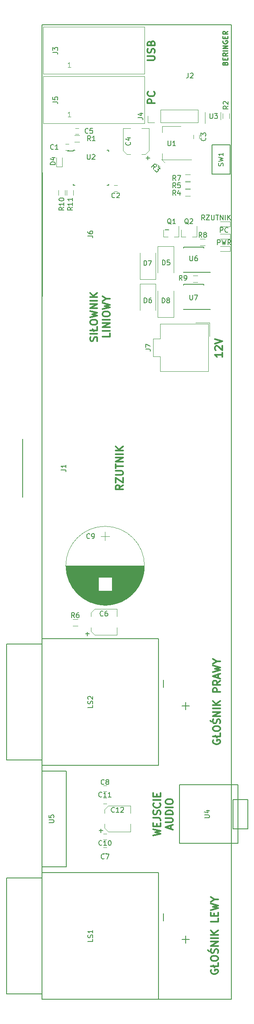
<source format=gbr>
G04 #@! TF.GenerationSoftware,KiCad,Pcbnew,(5.0.0-rc2-dev-311-g1dd4af297)*
G04 #@! TF.CreationDate,2018-05-17T15:00:25+02:00*
G04 #@! TF.ProjectId,resetUSB,72657365745553422E6B696361645F70,1.0*
G04 #@! TF.SameCoordinates,PX6ad8e7cPY2bcdfd4*
G04 #@! TF.FileFunction,Legend,Top*
G04 #@! TF.FilePolarity,Positive*
%FSLAX46Y46*%
G04 Gerber Fmt 4.6, Leading zero omitted, Abs format (unit mm)*
G04 Created by KiCad (PCBNEW (5.0.0-rc2-dev-311-g1dd4af297)) date 05/17/18 15:00:25*
%MOMM*%
%LPD*%
G01*
G04 APERTURE LIST*
%ADD10C,0.250000*%
%ADD11C,0.300000*%
%ADD12C,0.150000*%
%ADD13C,0.200000*%
%ADD14C,0.120000*%
G04 APERTURE END LIST*
D10*
X37647571Y-7921238D02*
X37695190Y-7778380D01*
X37742809Y-7730761D01*
X37838047Y-7683142D01*
X37980904Y-7683142D01*
X38076142Y-7730761D01*
X38123761Y-7778380D01*
X38171380Y-7873619D01*
X38171380Y-8254571D01*
X37171380Y-8254571D01*
X37171380Y-7921238D01*
X37219000Y-7826000D01*
X37266619Y-7778380D01*
X37361857Y-7730761D01*
X37457095Y-7730761D01*
X37552333Y-7778380D01*
X37599952Y-7826000D01*
X37647571Y-7921238D01*
X37647571Y-8254571D01*
X37647571Y-7254571D02*
X37647571Y-6921238D01*
X38171380Y-6778380D02*
X38171380Y-7254571D01*
X37171380Y-7254571D01*
X37171380Y-6778380D01*
X38171380Y-5778380D02*
X37695190Y-6111714D01*
X38171380Y-6349809D02*
X37171380Y-6349809D01*
X37171380Y-5968857D01*
X37219000Y-5873619D01*
X37266619Y-5826000D01*
X37361857Y-5778380D01*
X37504714Y-5778380D01*
X37599952Y-5826000D01*
X37647571Y-5873619D01*
X37695190Y-5968857D01*
X37695190Y-6349809D01*
X38171380Y-5349809D02*
X37171380Y-5349809D01*
X38171380Y-4873619D02*
X37171380Y-4873619D01*
X38171380Y-4302190D01*
X37171380Y-4302190D01*
X37219000Y-3302190D02*
X37171380Y-3397428D01*
X37171380Y-3540285D01*
X37219000Y-3683142D01*
X37314238Y-3778380D01*
X37409476Y-3826000D01*
X37599952Y-3873619D01*
X37742809Y-3873619D01*
X37933285Y-3826000D01*
X38028523Y-3778380D01*
X38123761Y-3683142D01*
X38171380Y-3540285D01*
X38171380Y-3445047D01*
X38123761Y-3302190D01*
X38076142Y-3254571D01*
X37742809Y-3254571D01*
X37742809Y-3445047D01*
X37647571Y-2826000D02*
X37647571Y-2492666D01*
X38171380Y-2349809D02*
X38171380Y-2826000D01*
X37171380Y-2826000D01*
X37171380Y-2349809D01*
X38171380Y-1349809D02*
X37695190Y-1683142D01*
X38171380Y-1921238D02*
X37171380Y-1921238D01*
X37171380Y-1540285D01*
X37219000Y-1445047D01*
X37266619Y-1397428D01*
X37361857Y-1349809D01*
X37504714Y-1349809D01*
X37599952Y-1397428D01*
X37647571Y-1445047D01*
X37695190Y-1540285D01*
X37695190Y-1921238D01*
D11*
X22903571Y-166392857D02*
X24403571Y-166035714D01*
X23332142Y-165750000D01*
X24403571Y-165464285D01*
X22903571Y-165107142D01*
X23617857Y-164535714D02*
X23617857Y-164035714D01*
X24403571Y-163821428D02*
X24403571Y-164535714D01*
X22903571Y-164535714D01*
X22903571Y-163821428D01*
X22903571Y-162750000D02*
X23975000Y-162750000D01*
X24189285Y-162821428D01*
X24332142Y-162964285D01*
X24403571Y-163178571D01*
X24403571Y-163321428D01*
X24332142Y-162107142D02*
X24403571Y-161892857D01*
X24403571Y-161535714D01*
X24332142Y-161392857D01*
X24260714Y-161321428D01*
X24117857Y-161250000D01*
X23975000Y-161250000D01*
X23832142Y-161321428D01*
X23760714Y-161392857D01*
X23689285Y-161535714D01*
X23617857Y-161821428D01*
X23546428Y-161964285D01*
X23475000Y-162035714D01*
X23332142Y-162107142D01*
X23189285Y-162107142D01*
X23046428Y-162035714D01*
X22975000Y-161964285D01*
X22903571Y-161821428D01*
X22903571Y-161464285D01*
X22975000Y-161250000D01*
X24260714Y-159750000D02*
X24332142Y-159821428D01*
X24403571Y-160035714D01*
X24403571Y-160178571D01*
X24332142Y-160392857D01*
X24189285Y-160535714D01*
X24046428Y-160607142D01*
X23760714Y-160678571D01*
X23546428Y-160678571D01*
X23260714Y-160607142D01*
X23117857Y-160535714D01*
X22975000Y-160392857D01*
X22903571Y-160178571D01*
X22903571Y-160035714D01*
X22975000Y-159821428D01*
X23046428Y-159750000D01*
X24403571Y-159107142D02*
X22903571Y-159107142D01*
X23617857Y-158392857D02*
X23617857Y-157892857D01*
X24403571Y-157678571D02*
X24403571Y-158392857D01*
X22903571Y-158392857D01*
X22903571Y-157678571D01*
X26525000Y-165035714D02*
X26525000Y-164321428D01*
X26953571Y-165178571D02*
X25453571Y-164678571D01*
X26953571Y-164178571D01*
X25453571Y-163678571D02*
X26667857Y-163678571D01*
X26810714Y-163607142D01*
X26882142Y-163535714D01*
X26953571Y-163392857D01*
X26953571Y-163107142D01*
X26882142Y-162964285D01*
X26810714Y-162892857D01*
X26667857Y-162821428D01*
X25453571Y-162821428D01*
X26953571Y-162107142D02*
X25453571Y-162107142D01*
X25453571Y-161750000D01*
X25525000Y-161535714D01*
X25667857Y-161392857D01*
X25810714Y-161321428D01*
X26096428Y-161250000D01*
X26310714Y-161250000D01*
X26596428Y-161321428D01*
X26739285Y-161392857D01*
X26882142Y-161535714D01*
X26953571Y-161750000D01*
X26953571Y-162107142D01*
X26953571Y-160607142D02*
X25453571Y-160607142D01*
X25453571Y-159607142D02*
X25453571Y-159321428D01*
X25525000Y-159178571D01*
X25667857Y-159035714D01*
X25953571Y-158964285D01*
X26453571Y-158964285D01*
X26739285Y-159035714D01*
X26882142Y-159178571D01*
X26953571Y-159321428D01*
X26953571Y-159607142D01*
X26882142Y-159750000D01*
X26739285Y-159892857D01*
X26453571Y-159964285D01*
X25953571Y-159964285D01*
X25667857Y-159892857D01*
X25525000Y-159750000D01*
X25453571Y-159607142D01*
X35250000Y-146821428D02*
X35178571Y-146964285D01*
X35178571Y-147178571D01*
X35250000Y-147392857D01*
X35392857Y-147535714D01*
X35535714Y-147607142D01*
X35821428Y-147678571D01*
X36035714Y-147678571D01*
X36321428Y-147607142D01*
X36464285Y-147535714D01*
X36607142Y-147392857D01*
X36678571Y-147178571D01*
X36678571Y-147035714D01*
X36607142Y-146821428D01*
X36535714Y-146750000D01*
X36035714Y-146750000D01*
X36035714Y-147035714D01*
X36678571Y-145392857D02*
X36678571Y-146107142D01*
X35178571Y-146107142D01*
X35964285Y-146321428D02*
X35678571Y-145892857D01*
X35178571Y-144607142D02*
X35178571Y-144321428D01*
X35250000Y-144178571D01*
X35392857Y-144035714D01*
X35678571Y-143964285D01*
X36178571Y-143964285D01*
X36464285Y-144035714D01*
X36607142Y-144178571D01*
X36678571Y-144321428D01*
X36678571Y-144607142D01*
X36607142Y-144750000D01*
X36464285Y-144892857D01*
X36178571Y-144964285D01*
X35678571Y-144964285D01*
X35392857Y-144892857D01*
X35250000Y-144750000D01*
X35178571Y-144607142D01*
X36607142Y-143392857D02*
X36678571Y-143178571D01*
X36678571Y-142821428D01*
X36607142Y-142678571D01*
X36535714Y-142607142D01*
X36392857Y-142535714D01*
X36250000Y-142535714D01*
X36107142Y-142607142D01*
X36035714Y-142678571D01*
X35964285Y-142821428D01*
X35892857Y-143107142D01*
X35821428Y-143250000D01*
X35750000Y-143321428D01*
X35607142Y-143392857D01*
X35464285Y-143392857D01*
X35321428Y-143321428D01*
X35250000Y-143250000D01*
X35178571Y-143107142D01*
X35178571Y-142750000D01*
X35250000Y-142535714D01*
X34607142Y-142821428D02*
X34821428Y-143035714D01*
X36678571Y-141892857D02*
X35178571Y-141892857D01*
X36678571Y-141035714D01*
X35178571Y-141035714D01*
X36678571Y-140321428D02*
X35178571Y-140321428D01*
X36678571Y-139607142D02*
X35178571Y-139607142D01*
X36678571Y-138750000D02*
X35821428Y-139392857D01*
X35178571Y-138750000D02*
X36035714Y-139607142D01*
X36678571Y-136964285D02*
X35178571Y-136964285D01*
X35178571Y-136392857D01*
X35250000Y-136250000D01*
X35321428Y-136178571D01*
X35464285Y-136107142D01*
X35678571Y-136107142D01*
X35821428Y-136178571D01*
X35892857Y-136250000D01*
X35964285Y-136392857D01*
X35964285Y-136964285D01*
X36678571Y-134607142D02*
X35964285Y-135107142D01*
X36678571Y-135464285D02*
X35178571Y-135464285D01*
X35178571Y-134892857D01*
X35250000Y-134750000D01*
X35321428Y-134678571D01*
X35464285Y-134607142D01*
X35678571Y-134607142D01*
X35821428Y-134678571D01*
X35892857Y-134750000D01*
X35964285Y-134892857D01*
X35964285Y-135464285D01*
X36250000Y-134035714D02*
X36250000Y-133321428D01*
X36678571Y-134178571D02*
X35178571Y-133678571D01*
X36678571Y-133178571D01*
X35178571Y-132821428D02*
X36678571Y-132464285D01*
X35607142Y-132178571D01*
X36678571Y-131892857D01*
X35178571Y-131535714D01*
X35964285Y-130678571D02*
X36678571Y-130678571D01*
X35178571Y-131178571D02*
X35964285Y-130678571D01*
X35178571Y-130178571D01*
X34792500Y-193964285D02*
X34721071Y-194107142D01*
X34721071Y-194321428D01*
X34792500Y-194535714D01*
X34935357Y-194678571D01*
X35078214Y-194750000D01*
X35363928Y-194821428D01*
X35578214Y-194821428D01*
X35863928Y-194750000D01*
X36006785Y-194678571D01*
X36149642Y-194535714D01*
X36221071Y-194321428D01*
X36221071Y-194178571D01*
X36149642Y-193964285D01*
X36078214Y-193892857D01*
X35578214Y-193892857D01*
X35578214Y-194178571D01*
X36221071Y-192535714D02*
X36221071Y-193250000D01*
X34721071Y-193250000D01*
X35506785Y-193464285D02*
X35221071Y-193035714D01*
X34721071Y-191750000D02*
X34721071Y-191464285D01*
X34792500Y-191321428D01*
X34935357Y-191178571D01*
X35221071Y-191107142D01*
X35721071Y-191107142D01*
X36006785Y-191178571D01*
X36149642Y-191321428D01*
X36221071Y-191464285D01*
X36221071Y-191750000D01*
X36149642Y-191892857D01*
X36006785Y-192035714D01*
X35721071Y-192107142D01*
X35221071Y-192107142D01*
X34935357Y-192035714D01*
X34792500Y-191892857D01*
X34721071Y-191750000D01*
X36149642Y-190535714D02*
X36221071Y-190321428D01*
X36221071Y-189964285D01*
X36149642Y-189821428D01*
X36078214Y-189750000D01*
X35935357Y-189678571D01*
X35792500Y-189678571D01*
X35649642Y-189750000D01*
X35578214Y-189821428D01*
X35506785Y-189964285D01*
X35435357Y-190250000D01*
X35363928Y-190392857D01*
X35292500Y-190464285D01*
X35149642Y-190535714D01*
X35006785Y-190535714D01*
X34863928Y-190464285D01*
X34792500Y-190392857D01*
X34721071Y-190250000D01*
X34721071Y-189892857D01*
X34792500Y-189678571D01*
X34149642Y-189964285D02*
X34363928Y-190178571D01*
X36221071Y-189035714D02*
X34721071Y-189035714D01*
X36221071Y-188178571D01*
X34721071Y-188178571D01*
X36221071Y-187464285D02*
X34721071Y-187464285D01*
X36221071Y-186750000D02*
X34721071Y-186750000D01*
X36221071Y-185892857D02*
X35363928Y-186535714D01*
X34721071Y-185892857D02*
X35578214Y-186750000D01*
X36221071Y-183392857D02*
X36221071Y-184107142D01*
X34721071Y-184107142D01*
X35435357Y-182892857D02*
X35435357Y-182392857D01*
X36221071Y-182178571D02*
X36221071Y-182892857D01*
X34721071Y-182892857D01*
X34721071Y-182178571D01*
X34721071Y-181678571D02*
X36221071Y-181321428D01*
X35149642Y-181035714D01*
X36221071Y-180750000D01*
X34721071Y-180392857D01*
X35506785Y-179535714D02*
X36221071Y-179535714D01*
X34721071Y-180035714D02*
X35506785Y-179535714D01*
X34721071Y-179035714D01*
X11332142Y-64928571D02*
X11403571Y-64714285D01*
X11403571Y-64357142D01*
X11332142Y-64214285D01*
X11260714Y-64142857D01*
X11117857Y-64071428D01*
X10975000Y-64071428D01*
X10832142Y-64142857D01*
X10760714Y-64214285D01*
X10689285Y-64357142D01*
X10617857Y-64642857D01*
X10546428Y-64785714D01*
X10475000Y-64857142D01*
X10332142Y-64928571D01*
X10189285Y-64928571D01*
X10046428Y-64857142D01*
X9975000Y-64785714D01*
X9903571Y-64642857D01*
X9903571Y-64285714D01*
X9975000Y-64071428D01*
X11403571Y-63428571D02*
X9903571Y-63428571D01*
X11403571Y-62000000D02*
X11403571Y-62714285D01*
X9903571Y-62714285D01*
X10689285Y-62928571D02*
X10403571Y-62500000D01*
X9903571Y-61214285D02*
X9903571Y-60928571D01*
X9975000Y-60785714D01*
X10117857Y-60642857D01*
X10403571Y-60571428D01*
X10903571Y-60571428D01*
X11189285Y-60642857D01*
X11332142Y-60785714D01*
X11403571Y-60928571D01*
X11403571Y-61214285D01*
X11332142Y-61357142D01*
X11189285Y-61500000D01*
X10903571Y-61571428D01*
X10403571Y-61571428D01*
X10117857Y-61500000D01*
X9975000Y-61357142D01*
X9903571Y-61214285D01*
X9903571Y-60071428D02*
X11403571Y-59714285D01*
X10332142Y-59428571D01*
X11403571Y-59142857D01*
X9903571Y-58785714D01*
X11403571Y-58214285D02*
X9903571Y-58214285D01*
X11403571Y-57357142D01*
X9903571Y-57357142D01*
X11403571Y-56642857D02*
X9903571Y-56642857D01*
X11403571Y-55928571D02*
X9903571Y-55928571D01*
X11403571Y-55071428D02*
X10546428Y-55714285D01*
X9903571Y-55071428D02*
X10760714Y-55928571D01*
X13953571Y-63321428D02*
X13953571Y-64035714D01*
X12453571Y-64035714D01*
X13953571Y-62821428D02*
X12453571Y-62821428D01*
X13953571Y-62107142D02*
X12453571Y-62107142D01*
X13953571Y-61250000D01*
X12453571Y-61250000D01*
X13953571Y-60535714D02*
X12453571Y-60535714D01*
X12453571Y-59535714D02*
X12453571Y-59250000D01*
X12525000Y-59107142D01*
X12667857Y-58964285D01*
X12953571Y-58892857D01*
X13453571Y-58892857D01*
X13739285Y-58964285D01*
X13882142Y-59107142D01*
X13953571Y-59250000D01*
X13953571Y-59535714D01*
X13882142Y-59678571D01*
X13739285Y-59821428D01*
X13453571Y-59892857D01*
X12953571Y-59892857D01*
X12667857Y-59821428D01*
X12525000Y-59678571D01*
X12453571Y-59535714D01*
X12453571Y-58392857D02*
X13953571Y-58035714D01*
X12882142Y-57750000D01*
X13953571Y-57464285D01*
X12453571Y-57107142D01*
X13239285Y-56250000D02*
X13953571Y-56250000D01*
X12453571Y-56750000D02*
X13239285Y-56250000D01*
X12453571Y-55750000D01*
X16678571Y-94486000D02*
X15964285Y-94986000D01*
X16678571Y-95343142D02*
X15178571Y-95343142D01*
X15178571Y-94771714D01*
X15250000Y-94628857D01*
X15321428Y-94557428D01*
X15464285Y-94486000D01*
X15678571Y-94486000D01*
X15821428Y-94557428D01*
X15892857Y-94628857D01*
X15964285Y-94771714D01*
X15964285Y-95343142D01*
X15178571Y-93986000D02*
X15178571Y-92986000D01*
X16678571Y-93986000D01*
X16678571Y-92986000D01*
X15178571Y-92414571D02*
X16392857Y-92414571D01*
X16535714Y-92343142D01*
X16607142Y-92271714D01*
X16678571Y-92128857D01*
X16678571Y-91843142D01*
X16607142Y-91700285D01*
X16535714Y-91628857D01*
X16392857Y-91557428D01*
X15178571Y-91557428D01*
X15178571Y-91057428D02*
X15178571Y-90200285D01*
X16678571Y-90628857D02*
X15178571Y-90628857D01*
X16678571Y-89700285D02*
X15178571Y-89700285D01*
X16678571Y-88843142D01*
X15178571Y-88843142D01*
X16678571Y-88128857D02*
X15178571Y-88128857D01*
X16678571Y-87414571D02*
X15178571Y-87414571D01*
X16678571Y-86557428D02*
X15821428Y-87200285D01*
X15178571Y-86557428D02*
X16035714Y-87414571D01*
X37064071Y-67349571D02*
X37064071Y-68206714D01*
X37064071Y-67778142D02*
X35564071Y-67778142D01*
X35778357Y-67921000D01*
X35921214Y-68063857D01*
X35992642Y-68206714D01*
X35706928Y-66778142D02*
X35635500Y-66706714D01*
X35564071Y-66563857D01*
X35564071Y-66206714D01*
X35635500Y-66063857D01*
X35706928Y-65992428D01*
X35849785Y-65921000D01*
X35992642Y-65921000D01*
X36206928Y-65992428D01*
X37064071Y-66849571D01*
X37064071Y-65921000D01*
X35564071Y-65492428D02*
X37064071Y-64992428D01*
X35564071Y-64492428D01*
X23221071Y-16128857D02*
X21721071Y-16128857D01*
X21721071Y-15557428D01*
X21792500Y-15414571D01*
X21863928Y-15343142D01*
X22006785Y-15271714D01*
X22221071Y-15271714D01*
X22363928Y-15343142D01*
X22435357Y-15414571D01*
X22506785Y-15557428D01*
X22506785Y-16128857D01*
X23078214Y-13771714D02*
X23149642Y-13843142D01*
X23221071Y-14057428D01*
X23221071Y-14200285D01*
X23149642Y-14414571D01*
X23006785Y-14557428D01*
X22863928Y-14628857D01*
X22578214Y-14700285D01*
X22363928Y-14700285D01*
X22078214Y-14628857D01*
X21935357Y-14557428D01*
X21792500Y-14414571D01*
X21721071Y-14200285D01*
X21721071Y-14057428D01*
X21792500Y-13843142D01*
X21863928Y-13771714D01*
X21721071Y-7290357D02*
X22935357Y-7290357D01*
X23078214Y-7218928D01*
X23149642Y-7147500D01*
X23221071Y-7004642D01*
X23221071Y-6718928D01*
X23149642Y-6576071D01*
X23078214Y-6504642D01*
X22935357Y-6433214D01*
X21721071Y-6433214D01*
X23149642Y-5790357D02*
X23221071Y-5576071D01*
X23221071Y-5218928D01*
X23149642Y-5076071D01*
X23078214Y-5004642D01*
X22935357Y-4933214D01*
X22792500Y-4933214D01*
X22649642Y-5004642D01*
X22578214Y-5076071D01*
X22506785Y-5218928D01*
X22435357Y-5504642D01*
X22363928Y-5647500D01*
X22292500Y-5718928D01*
X22149642Y-5790357D01*
X22006785Y-5790357D01*
X21863928Y-5718928D01*
X21792500Y-5647500D01*
X21721071Y-5504642D01*
X21721071Y-5147500D01*
X21792500Y-4933214D01*
X22435357Y-3790357D02*
X22506785Y-3576071D01*
X22578214Y-3504642D01*
X22721071Y-3433214D01*
X22935357Y-3433214D01*
X23078214Y-3504642D01*
X23149642Y-3576071D01*
X23221071Y-3718928D01*
X23221071Y-4290357D01*
X21721071Y-4290357D01*
X21721071Y-3790357D01*
X21792500Y-3647500D01*
X21863928Y-3576071D01*
X22006785Y-3504642D01*
X22149642Y-3504642D01*
X22292500Y-3576071D01*
X22363928Y-3647500D01*
X22435357Y-3790357D01*
X22435357Y-4290357D01*
D12*
X39000000Y0D02*
X39000000Y-200000000D01*
X0Y0D02*
X0Y-200000000D01*
X39000000Y0D02*
X0Y0D01*
X39000000Y-200000000D02*
X0Y-200000000D01*
D13*
X26097000Y-42073500D02*
X25335000Y-42073500D01*
D12*
X-7300000Y-150900000D02*
X0Y-150900000D01*
X-7300000Y-127100000D02*
X-7300000Y-150900000D01*
X0Y-127100000D02*
X-7300000Y-127100000D01*
X0Y-126000000D02*
X0Y-139000000D01*
X24000000Y-126000000D02*
X0Y-126000000D01*
X24000000Y-139000000D02*
X24000000Y-126000000D01*
X24000000Y-152000000D02*
X24000000Y-139000000D01*
X0Y-152000000D02*
X24000000Y-152000000D01*
X0Y-139000000D02*
X0Y-152000000D01*
D14*
X12604000Y-158658000D02*
X13304000Y-158658000D01*
X13304000Y-159858000D02*
X12604000Y-159858000D01*
X13316000Y-167224000D02*
X12616000Y-167224000D01*
X12616000Y-166024000D02*
X13316000Y-166024000D01*
X18204000Y-160274000D02*
X18204000Y-161824000D01*
X18204000Y-165604000D02*
X18204000Y-164054000D01*
X12864000Y-164844000D02*
X12864000Y-164054000D01*
X12864000Y-161034000D02*
X12864000Y-161824000D01*
X18204000Y-160274000D02*
X13624000Y-160274000D01*
X13624000Y-160274000D02*
X12864000Y-161034000D01*
X12864000Y-164844000D02*
X13624000Y-165604000D01*
X13624000Y-165604000D02*
X18204000Y-165604000D01*
X20125500Y-52263700D02*
X20125500Y-46863700D01*
X23425500Y-52263700D02*
X23425500Y-46863700D01*
X20125500Y-52263700D02*
X23425500Y-52263700D01*
X23425500Y-53210700D02*
X23425500Y-58610700D01*
X20125500Y-53210700D02*
X20125500Y-58610700D01*
X23425500Y-53210700D02*
X20125500Y-53210700D01*
X31054500Y-51519100D02*
X32054500Y-51519100D01*
X32054500Y-52879100D02*
X31054500Y-52879100D01*
X23808500Y-60010700D02*
X27108500Y-60010700D01*
X27108500Y-60010700D02*
X27108500Y-54610700D01*
X23808500Y-60010700D02*
X23808500Y-54610700D01*
D12*
X33261200Y-58457100D02*
X33261200Y-58407100D01*
X29111200Y-58457100D02*
X29111200Y-58312100D01*
X29111200Y-53307100D02*
X29111200Y-53452100D01*
X33261200Y-53307100D02*
X33261200Y-53452100D01*
X33261200Y-58457100D02*
X29111200Y-58457100D01*
X33261200Y-53307100D02*
X29111200Y-53307100D01*
X33261200Y-58407100D02*
X34661200Y-58407100D01*
D14*
X24986000Y-43529500D02*
X24986000Y-42069500D01*
X28146000Y-43529500D02*
X28146000Y-41369500D01*
X28146000Y-43529500D02*
X27216000Y-43529500D01*
X24986000Y-43529500D02*
X25916000Y-43529500D01*
X27108500Y-45463700D02*
X23808500Y-45463700D01*
X23808500Y-45463700D02*
X23808500Y-50863700D01*
X27108500Y-45463700D02*
X27108500Y-50863700D01*
X28669000Y-43529500D02*
X28669000Y-42069500D01*
X31829000Y-43529500D02*
X31829000Y-41369500D01*
X31829000Y-43529500D02*
X30899000Y-43529500D01*
X28669000Y-43529500D02*
X29599000Y-43529500D01*
X32560000Y-43948000D02*
X33560000Y-43948000D01*
X33560000Y-45308000D02*
X32560000Y-45308000D01*
D12*
X33261200Y-50837100D02*
X33261200Y-50787100D01*
X29111200Y-50837100D02*
X29111200Y-50692100D01*
X29111200Y-45687100D02*
X29111200Y-45832100D01*
X33261200Y-45687100D02*
X33261200Y-45832100D01*
X33261200Y-50837100D02*
X29111200Y-50837100D01*
X33261200Y-45687100D02*
X29111200Y-45687100D01*
X33261200Y-50787100D02*
X34661200Y-50787100D01*
D14*
X34214000Y-66261000D02*
X34214000Y-61361000D01*
X34214000Y-61361000D02*
X24314000Y-61361000D01*
X24314000Y-61361000D02*
X24314000Y-64461000D01*
X24314000Y-64461000D02*
X22914000Y-64461000D01*
X22914000Y-64461000D02*
X22914000Y-66261000D01*
X34214000Y-66261000D02*
X34214000Y-71161000D01*
X34214000Y-71161000D02*
X24314000Y-71161000D01*
X24314000Y-71161000D02*
X24314000Y-68061000D01*
X24314000Y-68061000D02*
X22914000Y-68061000D01*
X22914000Y-68061000D02*
X22914000Y-66261000D01*
X34464000Y-63961000D02*
X34464000Y-61111000D01*
X34464000Y-61111000D02*
X31614000Y-61111000D01*
D12*
X110000Y-55700000D02*
X110000Y-30300000D01*
X6467772Y-25716143D02*
X6467772Y-25941143D01*
X13717772Y-25716143D02*
X13717772Y-26016143D01*
X13717772Y-32966143D02*
X13717772Y-32666143D01*
X6467772Y-32966143D02*
X6467772Y-32666143D01*
X6467772Y-25716143D02*
X6767772Y-25716143D01*
X6467772Y-32966143D02*
X6767772Y-32966143D01*
X13717772Y-32966143D02*
X13417772Y-32966143D01*
X13717772Y-25716143D02*
X13417772Y-25716143D01*
X6467772Y-25941143D02*
X5242772Y-25941143D01*
D14*
X3424000Y-34968000D02*
X3424000Y-33968000D01*
X4784000Y-33968000D02*
X4784000Y-34968000D01*
X6687876Y-22712702D02*
X7687876Y-22712702D01*
X7687876Y-24072702D02*
X6687876Y-24072702D01*
X4803632Y-24520423D02*
X5503630Y-24520423D01*
X5503630Y-25720423D02*
X4803632Y-25720423D01*
X7549875Y-22468702D02*
X6849877Y-22468702D01*
X6849877Y-21268702D02*
X7549875Y-21268702D01*
D12*
X35814000Y-156000000D02*
X28314000Y-156000000D01*
X28314000Y-156000000D02*
X28314000Y-168000000D01*
X28314000Y-168000000D02*
X35814000Y-168000000D01*
X35814000Y-156000000D02*
X40314000Y-156000000D01*
X40314000Y-156000000D02*
X40314000Y-168000000D01*
X40314000Y-168000000D02*
X35814000Y-168000000D01*
X39314000Y-159000000D02*
X42314000Y-159000000D01*
X42314000Y-159000000D02*
X42314000Y-165000000D01*
X42314000Y-165000000D02*
X39314000Y-165000000D01*
X39314000Y-165000000D02*
X39314000Y-159000000D01*
D14*
X13304000Y-157318000D02*
X12604000Y-157318000D01*
X12604000Y-156118000D02*
X13304000Y-156118000D01*
X21090000Y-111030000D02*
G75*
G03X21090000Y-111030000I-8090000J0D01*
G01*
X21051000Y-111030000D02*
X4949000Y-111030000D01*
X21050000Y-111070000D02*
X4950000Y-111070000D01*
X21050000Y-111110000D02*
X4950000Y-111110000D01*
X21050000Y-111150000D02*
X4950000Y-111150000D01*
X21049000Y-111190000D02*
X4951000Y-111190000D01*
X21048000Y-111230000D02*
X4952000Y-111230000D01*
X21047000Y-111270000D02*
X4953000Y-111270000D01*
X21046000Y-111310000D02*
X4954000Y-111310000D01*
X21044000Y-111350000D02*
X4956000Y-111350000D01*
X21042000Y-111390000D02*
X4958000Y-111390000D01*
X21041000Y-111430000D02*
X4959000Y-111430000D01*
X21039000Y-111470000D02*
X4961000Y-111470000D01*
X21036000Y-111510000D02*
X4964000Y-111510000D01*
X21034000Y-111550000D02*
X4966000Y-111550000D01*
X21031000Y-111590000D02*
X4969000Y-111590000D01*
X21028000Y-111630000D02*
X4972000Y-111630000D01*
X21025000Y-111670000D02*
X4975000Y-111670000D01*
X21022000Y-111710000D02*
X4978000Y-111710000D01*
X21018000Y-111751000D02*
X4982000Y-111751000D01*
X21015000Y-111791000D02*
X4985000Y-111791000D01*
X21011000Y-111831000D02*
X4989000Y-111831000D01*
X21007000Y-111871000D02*
X4993000Y-111871000D01*
X21002000Y-111911000D02*
X4998000Y-111911000D01*
X20998000Y-111951000D02*
X5002000Y-111951000D01*
X20993000Y-111991000D02*
X5007000Y-111991000D01*
X20988000Y-112031000D02*
X5012000Y-112031000D01*
X20983000Y-112071000D02*
X5017000Y-112071000D01*
X20978000Y-112111000D02*
X5022000Y-112111000D01*
X20973000Y-112151000D02*
X5027000Y-112151000D01*
X20967000Y-112191000D02*
X5033000Y-112191000D01*
X20961000Y-112231000D02*
X5039000Y-112231000D01*
X20955000Y-112271000D02*
X5045000Y-112271000D01*
X20949000Y-112311000D02*
X5051000Y-112311000D01*
X20942000Y-112351000D02*
X5058000Y-112351000D01*
X20935000Y-112391000D02*
X5065000Y-112391000D01*
X20928000Y-112431000D02*
X5072000Y-112431000D01*
X20921000Y-112471000D02*
X5079000Y-112471000D01*
X20914000Y-112511000D02*
X5086000Y-112511000D01*
X20906000Y-112551000D02*
X5094000Y-112551000D01*
X20899000Y-112591000D02*
X5101000Y-112591000D01*
X20891000Y-112631000D02*
X5109000Y-112631000D01*
X20883000Y-112671000D02*
X5117000Y-112671000D01*
X20874000Y-112711000D02*
X5126000Y-112711000D01*
X20866000Y-112751000D02*
X5134000Y-112751000D01*
X20857000Y-112791000D02*
X5143000Y-112791000D01*
X20848000Y-112831000D02*
X5152000Y-112831000D01*
X20838000Y-112871000D02*
X5162000Y-112871000D01*
X20829000Y-112911000D02*
X5171000Y-112911000D01*
X20819000Y-112951000D02*
X5181000Y-112951000D01*
X20809000Y-112991000D02*
X5191000Y-112991000D01*
X20799000Y-113031000D02*
X5201000Y-113031000D01*
X20789000Y-113071000D02*
X5211000Y-113071000D01*
X20779000Y-113111000D02*
X5221000Y-113111000D01*
X20768000Y-113151000D02*
X5232000Y-113151000D01*
X20757000Y-113191000D02*
X5243000Y-113191000D01*
X20746000Y-113231000D02*
X5254000Y-113231000D01*
X20734000Y-113271000D02*
X5266000Y-113271000D01*
X20723000Y-113311000D02*
X5277000Y-113311000D01*
X20711000Y-113351000D02*
X5289000Y-113351000D01*
X20699000Y-113391000D02*
X5301000Y-113391000D01*
X20686000Y-113431000D02*
X14380000Y-113431000D01*
X11620000Y-113431000D02*
X5314000Y-113431000D01*
X20674000Y-113471000D02*
X14380000Y-113471000D01*
X11620000Y-113471000D02*
X5326000Y-113471000D01*
X20661000Y-113511000D02*
X14380000Y-113511000D01*
X11620000Y-113511000D02*
X5339000Y-113511000D01*
X20648000Y-113551000D02*
X14380000Y-113551000D01*
X11620000Y-113551000D02*
X5352000Y-113551000D01*
X20635000Y-113591000D02*
X14380000Y-113591000D01*
X11620000Y-113591000D02*
X5365000Y-113591000D01*
X20621000Y-113631000D02*
X14380000Y-113631000D01*
X11620000Y-113631000D02*
X5379000Y-113631000D01*
X20608000Y-113671000D02*
X14380000Y-113671000D01*
X11620000Y-113671000D02*
X5392000Y-113671000D01*
X20594000Y-113711000D02*
X14380000Y-113711000D01*
X11620000Y-113711000D02*
X5406000Y-113711000D01*
X20580000Y-113751000D02*
X14380000Y-113751000D01*
X11620000Y-113751000D02*
X5420000Y-113751000D01*
X20565000Y-113791000D02*
X14380000Y-113791000D01*
X11620000Y-113791000D02*
X5435000Y-113791000D01*
X20550000Y-113831000D02*
X14380000Y-113831000D01*
X11620000Y-113831000D02*
X5450000Y-113831000D01*
X20536000Y-113871000D02*
X14380000Y-113871000D01*
X11620000Y-113871000D02*
X5464000Y-113871000D01*
X20521000Y-113911000D02*
X14380000Y-113911000D01*
X11620000Y-113911000D02*
X5479000Y-113911000D01*
X20505000Y-113951000D02*
X14380000Y-113951000D01*
X11620000Y-113951000D02*
X5495000Y-113951000D01*
X20490000Y-113991000D02*
X14380000Y-113991000D01*
X11620000Y-113991000D02*
X5510000Y-113991000D01*
X20474000Y-114031000D02*
X14380000Y-114031000D01*
X11620000Y-114031000D02*
X5526000Y-114031000D01*
X20458000Y-114071000D02*
X14380000Y-114071000D01*
X11620000Y-114071000D02*
X5542000Y-114071000D01*
X20441000Y-114111000D02*
X14380000Y-114111000D01*
X11620000Y-114111000D02*
X5559000Y-114111000D01*
X20425000Y-114151000D02*
X14380000Y-114151000D01*
X11620000Y-114151000D02*
X5575000Y-114151000D01*
X20408000Y-114191000D02*
X14380000Y-114191000D01*
X11620000Y-114191000D02*
X5592000Y-114191000D01*
X20391000Y-114231000D02*
X14380000Y-114231000D01*
X11620000Y-114231000D02*
X5609000Y-114231000D01*
X20373000Y-114271000D02*
X14380000Y-114271000D01*
X11620000Y-114271000D02*
X5627000Y-114271000D01*
X20356000Y-114311000D02*
X14380000Y-114311000D01*
X11620000Y-114311000D02*
X5644000Y-114311000D01*
X20338000Y-114351000D02*
X14380000Y-114351000D01*
X11620000Y-114351000D02*
X5662000Y-114351000D01*
X20320000Y-114391000D02*
X14380000Y-114391000D01*
X11620000Y-114391000D02*
X5680000Y-114391000D01*
X20301000Y-114431000D02*
X14380000Y-114431000D01*
X11620000Y-114431000D02*
X5699000Y-114431000D01*
X20283000Y-114471000D02*
X14380000Y-114471000D01*
X11620000Y-114471000D02*
X5717000Y-114471000D01*
X20264000Y-114511000D02*
X14380000Y-114511000D01*
X11620000Y-114511000D02*
X5736000Y-114511000D01*
X20245000Y-114551000D02*
X14380000Y-114551000D01*
X11620000Y-114551000D02*
X5755000Y-114551000D01*
X20225000Y-114591000D02*
X14380000Y-114591000D01*
X11620000Y-114591000D02*
X5775000Y-114591000D01*
X20205000Y-114631000D02*
X14380000Y-114631000D01*
X11620000Y-114631000D02*
X5795000Y-114631000D01*
X20185000Y-114671000D02*
X14380000Y-114671000D01*
X11620000Y-114671000D02*
X5815000Y-114671000D01*
X20165000Y-114711000D02*
X14380000Y-114711000D01*
X11620000Y-114711000D02*
X5835000Y-114711000D01*
X20144000Y-114751000D02*
X14380000Y-114751000D01*
X11620000Y-114751000D02*
X5856000Y-114751000D01*
X20124000Y-114791000D02*
X14380000Y-114791000D01*
X11620000Y-114791000D02*
X5876000Y-114791000D01*
X20102000Y-114831000D02*
X14380000Y-114831000D01*
X11620000Y-114831000D02*
X5898000Y-114831000D01*
X20081000Y-114871000D02*
X14380000Y-114871000D01*
X11620000Y-114871000D02*
X5919000Y-114871000D01*
X20059000Y-114911000D02*
X14380000Y-114911000D01*
X11620000Y-114911000D02*
X5941000Y-114911000D01*
X20037000Y-114951000D02*
X14380000Y-114951000D01*
X11620000Y-114951000D02*
X5963000Y-114951000D01*
X20015000Y-114991000D02*
X14380000Y-114991000D01*
X11620000Y-114991000D02*
X5985000Y-114991000D01*
X19992000Y-115031000D02*
X14380000Y-115031000D01*
X11620000Y-115031000D02*
X6008000Y-115031000D01*
X19970000Y-115071000D02*
X14380000Y-115071000D01*
X11620000Y-115071000D02*
X6030000Y-115071000D01*
X19946000Y-115111000D02*
X14380000Y-115111000D01*
X11620000Y-115111000D02*
X6054000Y-115111000D01*
X19923000Y-115151000D02*
X14380000Y-115151000D01*
X11620000Y-115151000D02*
X6077000Y-115151000D01*
X19899000Y-115191000D02*
X14380000Y-115191000D01*
X11620000Y-115191000D02*
X6101000Y-115191000D01*
X19875000Y-115231000D02*
X14380000Y-115231000D01*
X11620000Y-115231000D02*
X6125000Y-115231000D01*
X19850000Y-115271000D02*
X14380000Y-115271000D01*
X11620000Y-115271000D02*
X6150000Y-115271000D01*
X19826000Y-115311000D02*
X14380000Y-115311000D01*
X11620000Y-115311000D02*
X6174000Y-115311000D01*
X19801000Y-115351000D02*
X14380000Y-115351000D01*
X11620000Y-115351000D02*
X6199000Y-115351000D01*
X19775000Y-115391000D02*
X14380000Y-115391000D01*
X11620000Y-115391000D02*
X6225000Y-115391000D01*
X19749000Y-115431000D02*
X14380000Y-115431000D01*
X11620000Y-115431000D02*
X6251000Y-115431000D01*
X19723000Y-115471000D02*
X14380000Y-115471000D01*
X11620000Y-115471000D02*
X6277000Y-115471000D01*
X19697000Y-115511000D02*
X14380000Y-115511000D01*
X11620000Y-115511000D02*
X6303000Y-115511000D01*
X19670000Y-115551000D02*
X14380000Y-115551000D01*
X11620000Y-115551000D02*
X6330000Y-115551000D01*
X19643000Y-115591000D02*
X14380000Y-115591000D01*
X11620000Y-115591000D02*
X6357000Y-115591000D01*
X19615000Y-115631000D02*
X14380000Y-115631000D01*
X11620000Y-115631000D02*
X6385000Y-115631000D01*
X19588000Y-115671000D02*
X14380000Y-115671000D01*
X11620000Y-115671000D02*
X6412000Y-115671000D01*
X19559000Y-115711000D02*
X14380000Y-115711000D01*
X11620000Y-115711000D02*
X6441000Y-115711000D01*
X19531000Y-115751000D02*
X14380000Y-115751000D01*
X11620000Y-115751000D02*
X6469000Y-115751000D01*
X19502000Y-115791000D02*
X14380000Y-115791000D01*
X11620000Y-115791000D02*
X6498000Y-115791000D01*
X19473000Y-115831000D02*
X14380000Y-115831000D01*
X11620000Y-115831000D02*
X6527000Y-115831000D01*
X19443000Y-115871000D02*
X14380000Y-115871000D01*
X11620000Y-115871000D02*
X6557000Y-115871000D01*
X19413000Y-115911000D02*
X14380000Y-115911000D01*
X11620000Y-115911000D02*
X6587000Y-115911000D01*
X19382000Y-115951000D02*
X14380000Y-115951000D01*
X11620000Y-115951000D02*
X6618000Y-115951000D01*
X19352000Y-115991000D02*
X14380000Y-115991000D01*
X11620000Y-115991000D02*
X6648000Y-115991000D01*
X19320000Y-116031000D02*
X14380000Y-116031000D01*
X11620000Y-116031000D02*
X6680000Y-116031000D01*
X19289000Y-116071000D02*
X14380000Y-116071000D01*
X11620000Y-116071000D02*
X6711000Y-116071000D01*
X19257000Y-116111000D02*
X14380000Y-116111000D01*
X11620000Y-116111000D02*
X6743000Y-116111000D01*
X19224000Y-116151000D02*
X14380000Y-116151000D01*
X11620000Y-116151000D02*
X6776000Y-116151000D01*
X19191000Y-116191000D02*
X6809000Y-116191000D01*
X19158000Y-116231000D02*
X6842000Y-116231000D01*
X19124000Y-116271000D02*
X6876000Y-116271000D01*
X19090000Y-116311000D02*
X6910000Y-116311000D01*
X19055000Y-116351000D02*
X6945000Y-116351000D01*
X19020000Y-116391000D02*
X6980000Y-116391000D01*
X18984000Y-116431000D02*
X7016000Y-116431000D01*
X18948000Y-116471000D02*
X7052000Y-116471000D01*
X18912000Y-116511000D02*
X7088000Y-116511000D01*
X18875000Y-116551000D02*
X7125000Y-116551000D01*
X18837000Y-116591000D02*
X7163000Y-116591000D01*
X18799000Y-116631000D02*
X7201000Y-116631000D01*
X18760000Y-116671000D02*
X7240000Y-116671000D01*
X18721000Y-116711000D02*
X7279000Y-116711000D01*
X18681000Y-116751000D02*
X7319000Y-116751000D01*
X18641000Y-116791000D02*
X7359000Y-116791000D01*
X18600000Y-116831000D02*
X7400000Y-116831000D01*
X18559000Y-116871000D02*
X7441000Y-116871000D01*
X18517000Y-116911000D02*
X7483000Y-116911000D01*
X18474000Y-116951000D02*
X7526000Y-116951000D01*
X18431000Y-116991000D02*
X7569000Y-116991000D01*
X18387000Y-117031000D02*
X7613000Y-117031000D01*
X18343000Y-117071000D02*
X7657000Y-117071000D01*
X18297000Y-117111000D02*
X7703000Y-117111000D01*
X18251000Y-117151000D02*
X7749000Y-117151000D01*
X18205000Y-117191000D02*
X7795000Y-117191000D01*
X18157000Y-117231000D02*
X7843000Y-117231000D01*
X18109000Y-117271000D02*
X7891000Y-117271000D01*
X18060000Y-117311000D02*
X7940000Y-117311000D01*
X18011000Y-117351000D02*
X7989000Y-117351000D01*
X17960000Y-117391000D02*
X8040000Y-117391000D01*
X17909000Y-117431000D02*
X8091000Y-117431000D01*
X17857000Y-117471000D02*
X8143000Y-117471000D01*
X17804000Y-117511000D02*
X8196000Y-117511000D01*
X17750000Y-117551000D02*
X8250000Y-117551000D01*
X17695000Y-117591000D02*
X8305000Y-117591000D01*
X17639000Y-117631000D02*
X8361000Y-117631000D01*
X17582000Y-117671000D02*
X8418000Y-117671000D01*
X17524000Y-117711000D02*
X8476000Y-117711000D01*
X17465000Y-117751000D02*
X8535000Y-117751000D01*
X17405000Y-117791000D02*
X8595000Y-117791000D01*
X17343000Y-117831000D02*
X8657000Y-117831000D01*
X17281000Y-117871000D02*
X8719000Y-117871000D01*
X17217000Y-117911000D02*
X8783000Y-117911000D01*
X17151000Y-117951000D02*
X8849000Y-117951000D01*
X17084000Y-117991000D02*
X8916000Y-117991000D01*
X17016000Y-118031000D02*
X8984000Y-118031000D01*
X16946000Y-118071000D02*
X9054000Y-118071000D01*
X16875000Y-118111000D02*
X9125000Y-118111000D01*
X16802000Y-118151000D02*
X9198000Y-118151000D01*
X16726000Y-118191000D02*
X9274000Y-118191000D01*
X16649000Y-118231000D02*
X9351000Y-118231000D01*
X16570000Y-118271000D02*
X9430000Y-118271000D01*
X16489000Y-118311000D02*
X9511000Y-118311000D01*
X16405000Y-118351000D02*
X9595000Y-118351000D01*
X16319000Y-118391000D02*
X9681000Y-118391000D01*
X16230000Y-118431000D02*
X9770000Y-118431000D01*
X16138000Y-118471000D02*
X9862000Y-118471000D01*
X16042000Y-118511000D02*
X9958000Y-118511000D01*
X15943000Y-118551000D02*
X10057000Y-118551000D01*
X15841000Y-118591000D02*
X10159000Y-118591000D01*
X15733000Y-118631000D02*
X10267000Y-118631000D01*
X15621000Y-118671000D02*
X10379000Y-118671000D01*
X15503000Y-118711000D02*
X10497000Y-118711000D01*
X15379000Y-118751000D02*
X10621000Y-118751000D01*
X15248000Y-118791000D02*
X10752000Y-118791000D01*
X15107000Y-118831000D02*
X10893000Y-118831000D01*
X14956000Y-118871000D02*
X11044000Y-118871000D01*
X14792000Y-118911000D02*
X11208000Y-118911000D01*
X14610000Y-118951000D02*
X11390000Y-118951000D01*
X14405000Y-118991000D02*
X11595000Y-118991000D01*
X14164000Y-119031000D02*
X11836000Y-119031000D01*
X13859000Y-119071000D02*
X12141000Y-119071000D01*
X13363000Y-119111000D02*
X12637000Y-119111000D01*
X13000000Y-104080000D02*
X13000000Y-105880000D01*
X13900000Y-104980000D02*
X12100000Y-104980000D01*
D12*
X0Y-187000000D02*
X0Y-200000000D01*
X0Y-200000000D02*
X24000000Y-200000000D01*
X24000000Y-200000000D02*
X24000000Y-187000000D01*
X24000000Y-187000000D02*
X24000000Y-174000000D01*
X24000000Y-174000000D02*
X0Y-174000000D01*
X0Y-174000000D02*
X0Y-187000000D01*
X0Y-175100000D02*
X-7300000Y-175100000D01*
X-7300000Y-175100000D02*
X-7300000Y-198900000D01*
X-7300000Y-198900000D02*
X0Y-198900000D01*
D14*
X32348859Y-22657541D02*
X32348859Y-23357541D01*
X31148859Y-23357541D02*
X31148859Y-22657541D01*
X22020800Y-25852600D02*
X22020800Y-21272600D01*
X21260800Y-26612600D02*
X22020800Y-25852600D01*
X16690800Y-25852600D02*
X17450800Y-26612600D01*
X16690800Y-21272600D02*
X16690800Y-25852600D01*
X17450800Y-26612600D02*
X18240800Y-26612600D01*
X21260800Y-26612600D02*
X20470800Y-26612600D01*
X22020800Y-21272600D02*
X20470800Y-21272600D01*
X16690800Y-21272600D02*
X18240800Y-21272600D01*
X30768859Y-27687541D02*
X24758859Y-27687541D01*
X28518859Y-20867541D02*
X24758859Y-20867541D01*
X24758859Y-27687541D02*
X24758859Y-26427541D01*
X24758859Y-20867541D02*
X24758859Y-22127541D01*
D12*
X35006000Y-30651000D02*
X35006000Y-27651000D01*
X38706000Y-30651000D02*
X35006000Y-30651000D01*
X38706000Y-24651000D02*
X38706000Y-30651000D01*
X35006000Y-24651000D02*
X38706000Y-24651000D01*
X35006000Y-27651000D02*
X35006000Y-24651000D01*
D14*
X15522626Y-34180956D02*
X14822628Y-34180956D01*
X14822628Y-32980956D02*
X15522626Y-32980956D01*
X24282721Y-29247386D02*
X23575614Y-28540279D01*
X24537279Y-27578614D02*
X25244386Y-28285721D01*
X5075000Y-34968000D02*
X5075000Y-33968000D01*
X6435000Y-33968000D02*
X6435000Y-34968000D01*
X4196000Y-27291000D02*
X4196000Y-29141000D01*
X2996000Y-27291000D02*
X2996000Y-29141000D01*
X2996000Y-29141000D02*
X4196000Y-29141000D01*
X38746500Y-46466000D02*
X36646500Y-46466000D01*
X38746500Y-45466000D02*
X36646500Y-45466000D01*
X38746500Y-46466000D02*
X38746500Y-45466000D01*
X38746500Y-43926000D02*
X36646500Y-43926000D01*
X38746500Y-42926000D02*
X36646500Y-42926000D01*
X38746500Y-43926000D02*
X38746500Y-42926000D01*
X38746500Y-41386000D02*
X36646500Y-41386000D01*
X38746500Y-40386000D02*
X36646500Y-40386000D01*
X38746500Y-41386000D02*
X38746500Y-40386000D01*
D12*
X-4000000Y-85000000D02*
X-4000000Y-97000000D01*
D14*
X38552000Y-18261000D02*
X38552000Y-19261000D01*
X37192000Y-19261000D02*
X37192000Y-18261000D01*
X284000Y-459000D02*
X21104000Y-459000D01*
X21104000Y-459000D02*
X21104000Y-10059000D01*
X21104000Y-10059000D02*
X284000Y-10059000D01*
X284000Y-10059000D02*
X284000Y-459000D01*
X284000Y-20219000D02*
X284000Y-10619000D01*
X21104000Y-20219000D02*
X284000Y-20219000D01*
X21104000Y-10619000D02*
X21104000Y-20219000D01*
X284000Y-10619000D02*
X21104000Y-10619000D01*
X21810000Y-20091000D02*
X21810000Y-18761000D01*
X23140000Y-20091000D02*
X21810000Y-20091000D01*
X24410000Y-20091000D02*
X24410000Y-17431000D01*
X24410000Y-17431000D02*
X32090000Y-17431000D01*
X24410000Y-20091000D02*
X32090000Y-20091000D01*
X32090000Y-20091000D02*
X32090000Y-17431000D01*
X33566900Y-17924300D02*
X33566900Y-20224300D01*
X36766900Y-19524300D02*
X36766900Y-17924300D01*
X10830000Y-125246000D02*
X15410000Y-125246000D01*
X10070000Y-124486000D02*
X10830000Y-125246000D01*
X10830000Y-119916000D02*
X10070000Y-120676000D01*
X15410000Y-119916000D02*
X10830000Y-119916000D01*
X10070000Y-120676000D02*
X10070000Y-121466000D01*
X10070000Y-124486000D02*
X10070000Y-123696000D01*
X15410000Y-125246000D02*
X15410000Y-123696000D01*
X15410000Y-119916000D02*
X15410000Y-121466000D01*
X7358000Y-123362000D02*
X6358000Y-123362000D01*
X6358000Y-122002000D02*
X7358000Y-122002000D01*
D12*
X0Y-172800000D02*
X0Y-153200000D01*
X0Y-153200000D02*
X5003800Y-153200000D01*
X5003800Y-153200000D02*
X5003800Y-172800000D01*
X5003800Y-172800000D02*
X0Y-172800000D01*
D14*
X13304000Y-170018000D02*
X12604000Y-170018000D01*
X12604000Y-168818000D02*
X13304000Y-168818000D01*
X29512000Y-33788000D02*
X30512000Y-33788000D01*
X30512000Y-35148000D02*
X29512000Y-35148000D01*
X30512000Y-33624000D02*
X29512000Y-33624000D01*
X29512000Y-32264000D02*
X30512000Y-32264000D01*
X29512000Y-30740000D02*
X30512000Y-30740000D01*
X30512000Y-32100000D02*
X29512000Y-32100000D01*
D12*
X10452380Y-139642857D02*
X10452380Y-140119047D01*
X9452380Y-140119047D01*
X10404761Y-139357142D02*
X10452380Y-139214285D01*
X10452380Y-138976190D01*
X10404761Y-138880952D01*
X10357142Y-138833333D01*
X10261904Y-138785714D01*
X10166666Y-138785714D01*
X10071428Y-138833333D01*
X10023809Y-138880952D01*
X9976190Y-138976190D01*
X9928571Y-139166666D01*
X9880952Y-139261904D01*
X9833333Y-139309523D01*
X9738095Y-139357142D01*
X9642857Y-139357142D01*
X9547619Y-139309523D01*
X9500000Y-139261904D01*
X9452380Y-139166666D01*
X9452380Y-138928571D01*
X9500000Y-138785714D01*
X9547619Y-138404761D02*
X9500000Y-138357142D01*
X9452380Y-138261904D01*
X9452380Y-138023809D01*
X9500000Y-137928571D01*
X9547619Y-137880952D01*
X9642857Y-137833333D01*
X9738095Y-137833333D01*
X9880952Y-137880952D01*
X10452380Y-138452380D01*
X10452380Y-137833333D01*
X25034857Y-135951904D02*
X25034857Y-134428095D01*
X29606857Y-140523904D02*
X29606857Y-139000095D01*
X30368761Y-139762000D02*
X28844952Y-139762000D01*
X12311142Y-158395942D02*
X12263523Y-158443561D01*
X12120666Y-158491180D01*
X12025428Y-158491180D01*
X11882571Y-158443561D01*
X11787333Y-158348323D01*
X11739714Y-158253085D01*
X11692095Y-158062609D01*
X11692095Y-157919752D01*
X11739714Y-157729276D01*
X11787333Y-157634038D01*
X11882571Y-157538800D01*
X12025428Y-157491180D01*
X12120666Y-157491180D01*
X12263523Y-157538800D01*
X12311142Y-157586419D01*
X13263523Y-158491180D02*
X12692095Y-158491180D01*
X12977809Y-158491180D02*
X12977809Y-157491180D01*
X12882571Y-157634038D01*
X12787333Y-157729276D01*
X12692095Y-157776895D01*
X14215904Y-158491180D02*
X13644476Y-158491180D01*
X13930190Y-158491180D02*
X13930190Y-157491180D01*
X13834952Y-157634038D01*
X13739714Y-157729276D01*
X13644476Y-157776895D01*
X12323142Y-168327342D02*
X12275523Y-168374961D01*
X12132666Y-168422580D01*
X12037428Y-168422580D01*
X11894571Y-168374961D01*
X11799333Y-168279723D01*
X11751714Y-168184485D01*
X11704095Y-167994009D01*
X11704095Y-167851152D01*
X11751714Y-167660676D01*
X11799333Y-167565438D01*
X11894571Y-167470200D01*
X12037428Y-167422580D01*
X12132666Y-167422580D01*
X12275523Y-167470200D01*
X12323142Y-167517819D01*
X13275523Y-168422580D02*
X12704095Y-168422580D01*
X12989809Y-168422580D02*
X12989809Y-167422580D01*
X12894571Y-167565438D01*
X12799333Y-167660676D01*
X12704095Y-167708295D01*
X13894571Y-167422580D02*
X13989809Y-167422580D01*
X14085047Y-167470200D01*
X14132666Y-167517819D01*
X14180285Y-167613057D01*
X14227904Y-167803533D01*
X14227904Y-168041628D01*
X14180285Y-168232104D01*
X14132666Y-168327342D01*
X14085047Y-168374961D01*
X13989809Y-168422580D01*
X13894571Y-168422580D01*
X13799333Y-168374961D01*
X13751714Y-168327342D01*
X13704095Y-168232104D01*
X13656476Y-168041628D01*
X13656476Y-167803533D01*
X13704095Y-167613057D01*
X13751714Y-167517819D01*
X13799333Y-167470200D01*
X13894571Y-167422580D01*
X14891142Y-161520142D02*
X14843523Y-161567761D01*
X14700666Y-161615380D01*
X14605428Y-161615380D01*
X14462571Y-161567761D01*
X14367333Y-161472523D01*
X14319714Y-161377285D01*
X14272095Y-161186809D01*
X14272095Y-161043952D01*
X14319714Y-160853476D01*
X14367333Y-160758238D01*
X14462571Y-160663000D01*
X14605428Y-160615380D01*
X14700666Y-160615380D01*
X14843523Y-160663000D01*
X14891142Y-160710619D01*
X15843523Y-161615380D02*
X15272095Y-161615380D01*
X15557809Y-161615380D02*
X15557809Y-160615380D01*
X15462571Y-160758238D01*
X15367333Y-160853476D01*
X15272095Y-160901095D01*
X16224476Y-160710619D02*
X16272095Y-160663000D01*
X16367333Y-160615380D01*
X16605428Y-160615380D01*
X16700666Y-160663000D01*
X16748285Y-160710619D01*
X16795904Y-160805857D01*
X16795904Y-160901095D01*
X16748285Y-161043952D01*
X16176857Y-161615380D01*
X16795904Y-161615380D01*
X11773047Y-165375428D02*
X12534952Y-165375428D01*
X12154000Y-165756380D02*
X12154000Y-164994476D01*
X20978904Y-49410880D02*
X20978904Y-48410880D01*
X21217000Y-48410880D01*
X21359857Y-48458500D01*
X21455095Y-48553738D01*
X21502714Y-48648976D01*
X21550333Y-48839452D01*
X21550333Y-48982309D01*
X21502714Y-49172785D01*
X21455095Y-49268023D01*
X21359857Y-49363261D01*
X21217000Y-49410880D01*
X20978904Y-49410880D01*
X21883666Y-48410880D02*
X22550333Y-48410880D01*
X22121761Y-49410880D01*
X24725404Y-57094380D02*
X24725404Y-56094380D01*
X24963500Y-56094380D01*
X25106357Y-56142000D01*
X25201595Y-56237238D01*
X25249214Y-56332476D01*
X25296833Y-56522952D01*
X25296833Y-56665809D01*
X25249214Y-56856285D01*
X25201595Y-56951523D01*
X25106357Y-57046761D01*
X24963500Y-57094380D01*
X24725404Y-57094380D01*
X25868261Y-56522952D02*
X25773023Y-56475333D01*
X25725404Y-56427714D01*
X25677785Y-56332476D01*
X25677785Y-56284857D01*
X25725404Y-56189619D01*
X25773023Y-56142000D01*
X25868261Y-56094380D01*
X26058738Y-56094380D01*
X26153976Y-56142000D01*
X26201595Y-56189619D01*
X26249214Y-56284857D01*
X26249214Y-56332476D01*
X26201595Y-56427714D01*
X26153976Y-56475333D01*
X26058738Y-56522952D01*
X25868261Y-56522952D01*
X25773023Y-56570571D01*
X25725404Y-56618190D01*
X25677785Y-56713428D01*
X25677785Y-56903904D01*
X25725404Y-56999142D01*
X25773023Y-57046761D01*
X25868261Y-57094380D01*
X26058738Y-57094380D01*
X26153976Y-57046761D01*
X26201595Y-56999142D01*
X26249214Y-56903904D01*
X26249214Y-56713428D01*
X26201595Y-56618190D01*
X26153976Y-56570571D01*
X26058738Y-56522952D01*
X28833333Y-52452380D02*
X28500000Y-51976190D01*
X28261904Y-52452380D02*
X28261904Y-51452380D01*
X28642857Y-51452380D01*
X28738095Y-51500000D01*
X28785714Y-51547619D01*
X28833333Y-51642857D01*
X28833333Y-51785714D01*
X28785714Y-51880952D01*
X28738095Y-51928571D01*
X28642857Y-51976190D01*
X28261904Y-51976190D01*
X29309523Y-52452380D02*
X29500000Y-52452380D01*
X29595238Y-52404761D01*
X29642857Y-52357142D01*
X29738095Y-52214285D01*
X29785714Y-52023809D01*
X29785714Y-51642857D01*
X29738095Y-51547619D01*
X29690476Y-51500000D01*
X29595238Y-51452380D01*
X29404761Y-51452380D01*
X29309523Y-51500000D01*
X29261904Y-51547619D01*
X29214285Y-51642857D01*
X29214285Y-51880952D01*
X29261904Y-51976190D01*
X29309523Y-52023809D01*
X29404761Y-52071428D01*
X29595238Y-52071428D01*
X29690476Y-52023809D01*
X29738095Y-51976190D01*
X29785714Y-51880952D01*
X21042404Y-57063080D02*
X21042404Y-56063080D01*
X21280500Y-56063080D01*
X21423357Y-56110700D01*
X21518595Y-56205938D01*
X21566214Y-56301176D01*
X21613833Y-56491652D01*
X21613833Y-56634509D01*
X21566214Y-56824985D01*
X21518595Y-56920223D01*
X21423357Y-57015461D01*
X21280500Y-57063080D01*
X21042404Y-57063080D01*
X22470976Y-56063080D02*
X22280500Y-56063080D01*
X22185261Y-56110700D01*
X22137642Y-56158319D01*
X22042404Y-56301176D01*
X21994785Y-56491652D01*
X21994785Y-56872604D01*
X22042404Y-56967842D01*
X22090023Y-57015461D01*
X22185261Y-57063080D01*
X22375738Y-57063080D01*
X22470976Y-57015461D01*
X22518595Y-56967842D01*
X22566214Y-56872604D01*
X22566214Y-56634509D01*
X22518595Y-56539271D01*
X22470976Y-56491652D01*
X22375738Y-56444033D01*
X22185261Y-56444033D01*
X22090023Y-56491652D01*
X22042404Y-56539271D01*
X21994785Y-56634509D01*
X30424295Y-55452380D02*
X30424295Y-56261904D01*
X30471914Y-56357142D01*
X30519533Y-56404761D01*
X30614771Y-56452380D01*
X30805247Y-56452380D01*
X30900485Y-56404761D01*
X30948104Y-56357142D01*
X30995723Y-56261904D01*
X30995723Y-55452380D01*
X31376676Y-55452380D02*
X32043342Y-55452380D01*
X31614771Y-56452380D01*
X26574761Y-40933619D02*
X26479523Y-40886000D01*
X26384285Y-40790761D01*
X26241428Y-40647904D01*
X26146190Y-40600285D01*
X26050952Y-40600285D01*
X26098571Y-40838380D02*
X26003333Y-40790761D01*
X25908095Y-40695523D01*
X25860476Y-40505047D01*
X25860476Y-40171714D01*
X25908095Y-39981238D01*
X26003333Y-39886000D01*
X26098571Y-39838380D01*
X26289047Y-39838380D01*
X26384285Y-39886000D01*
X26479523Y-39981238D01*
X26527142Y-40171714D01*
X26527142Y-40505047D01*
X26479523Y-40695523D01*
X26384285Y-40790761D01*
X26289047Y-40838380D01*
X26098571Y-40838380D01*
X27479523Y-40838380D02*
X26908095Y-40838380D01*
X27193809Y-40838380D02*
X27193809Y-39838380D01*
X27098571Y-39981238D01*
X27003333Y-40076476D01*
X26908095Y-40124095D01*
X24788904Y-49316080D02*
X24788904Y-48316080D01*
X25027000Y-48316080D01*
X25169857Y-48363700D01*
X25265095Y-48458938D01*
X25312714Y-48554176D01*
X25360333Y-48744652D01*
X25360333Y-48887509D01*
X25312714Y-49077985D01*
X25265095Y-49173223D01*
X25169857Y-49268461D01*
X25027000Y-49316080D01*
X24788904Y-49316080D01*
X26265095Y-48316080D02*
X25788904Y-48316080D01*
X25741285Y-48792271D01*
X25788904Y-48744652D01*
X25884142Y-48697033D01*
X26122238Y-48697033D01*
X26217476Y-48744652D01*
X26265095Y-48792271D01*
X26312714Y-48887509D01*
X26312714Y-49125604D01*
X26265095Y-49220842D01*
X26217476Y-49268461D01*
X26122238Y-49316080D01*
X25884142Y-49316080D01*
X25788904Y-49268461D01*
X25741285Y-49220842D01*
X30130761Y-40933619D02*
X30035523Y-40886000D01*
X29940285Y-40790761D01*
X29797428Y-40647904D01*
X29702190Y-40600285D01*
X29606952Y-40600285D01*
X29654571Y-40838380D02*
X29559333Y-40790761D01*
X29464095Y-40695523D01*
X29416476Y-40505047D01*
X29416476Y-40171714D01*
X29464095Y-39981238D01*
X29559333Y-39886000D01*
X29654571Y-39838380D01*
X29845047Y-39838380D01*
X29940285Y-39886000D01*
X30035523Y-39981238D01*
X30083142Y-40171714D01*
X30083142Y-40505047D01*
X30035523Y-40695523D01*
X29940285Y-40790761D01*
X29845047Y-40838380D01*
X29654571Y-40838380D01*
X30464095Y-39933619D02*
X30511714Y-39886000D01*
X30606952Y-39838380D01*
X30845047Y-39838380D01*
X30940285Y-39886000D01*
X30987904Y-39933619D01*
X31035523Y-40028857D01*
X31035523Y-40124095D01*
X30987904Y-40266952D01*
X30416476Y-40838380D01*
X31035523Y-40838380D01*
X32893333Y-43632380D02*
X32560000Y-43156190D01*
X32321904Y-43632380D02*
X32321904Y-42632380D01*
X32702857Y-42632380D01*
X32798095Y-42680000D01*
X32845714Y-42727619D01*
X32893333Y-42822857D01*
X32893333Y-42965714D01*
X32845714Y-43060952D01*
X32798095Y-43108571D01*
X32702857Y-43156190D01*
X32321904Y-43156190D01*
X33464761Y-43060952D02*
X33369523Y-43013333D01*
X33321904Y-42965714D01*
X33274285Y-42870476D01*
X33274285Y-42822857D01*
X33321904Y-42727619D01*
X33369523Y-42680000D01*
X33464761Y-42632380D01*
X33655238Y-42632380D01*
X33750476Y-42680000D01*
X33798095Y-42727619D01*
X33845714Y-42822857D01*
X33845714Y-42870476D01*
X33798095Y-42965714D01*
X33750476Y-43013333D01*
X33655238Y-43060952D01*
X33464761Y-43060952D01*
X33369523Y-43108571D01*
X33321904Y-43156190D01*
X33274285Y-43251428D01*
X33274285Y-43441904D01*
X33321904Y-43537142D01*
X33369523Y-43584761D01*
X33464761Y-43632380D01*
X33655238Y-43632380D01*
X33750476Y-43584761D01*
X33798095Y-43537142D01*
X33845714Y-43441904D01*
X33845714Y-43251428D01*
X33798095Y-43156190D01*
X33750476Y-43108571D01*
X33655238Y-43060952D01*
X30424295Y-47452380D02*
X30424295Y-48261904D01*
X30471914Y-48357142D01*
X30519533Y-48404761D01*
X30614771Y-48452380D01*
X30805247Y-48452380D01*
X30900485Y-48404761D01*
X30948104Y-48357142D01*
X30995723Y-48261904D01*
X30995723Y-47452380D01*
X31900485Y-47452380D02*
X31710009Y-47452380D01*
X31614771Y-47500000D01*
X31567152Y-47547619D01*
X31471914Y-47690476D01*
X31424295Y-47880952D01*
X31424295Y-48261904D01*
X31471914Y-48357142D01*
X31519533Y-48404761D01*
X31614771Y-48452380D01*
X31805247Y-48452380D01*
X31900485Y-48404761D01*
X31948104Y-48357142D01*
X31995723Y-48261904D01*
X31995723Y-48023809D01*
X31948104Y-47928571D01*
X31900485Y-47880952D01*
X31805247Y-47833333D01*
X31614771Y-47833333D01*
X31519533Y-47880952D01*
X31471914Y-47928571D01*
X31424295Y-48023809D01*
X21316380Y-66594333D02*
X22030666Y-66594333D01*
X22173523Y-66641952D01*
X22268761Y-66737190D01*
X22316380Y-66880047D01*
X22316380Y-66975285D01*
X21316380Y-66213380D02*
X21316380Y-65546714D01*
X22316380Y-65975285D01*
X9452380Y-43333333D02*
X10166666Y-43333333D01*
X10309523Y-43380952D01*
X10404761Y-43476190D01*
X10452380Y-43619047D01*
X10452380Y-43714285D01*
X9452380Y-42428571D02*
X9452380Y-42619047D01*
X9500000Y-42714285D01*
X9547619Y-42761904D01*
X9690476Y-42857142D01*
X9880952Y-42904761D01*
X10261904Y-42904761D01*
X10357142Y-42857142D01*
X10404761Y-42809523D01*
X10452380Y-42714285D01*
X10452380Y-42523809D01*
X10404761Y-42428571D01*
X10357142Y-42380952D01*
X10261904Y-42333333D01*
X10023809Y-42333333D01*
X9928571Y-42380952D01*
X9880952Y-42428571D01*
X9833333Y-42523809D01*
X9833333Y-42714285D01*
X9880952Y-42809523D01*
X9928571Y-42857142D01*
X10023809Y-42904761D01*
X9330867Y-26630380D02*
X9330867Y-27439904D01*
X9378486Y-27535142D01*
X9426105Y-27582761D01*
X9521343Y-27630380D01*
X9711819Y-27630380D01*
X9807057Y-27582761D01*
X9854676Y-27535142D01*
X9902295Y-27439904D01*
X9902295Y-26630380D01*
X10330867Y-26725619D02*
X10378486Y-26678000D01*
X10473724Y-26630380D01*
X10711819Y-26630380D01*
X10807057Y-26678000D01*
X10854676Y-26725619D01*
X10902295Y-26820857D01*
X10902295Y-26916095D01*
X10854676Y-27058952D01*
X10283248Y-27630380D01*
X10902295Y-27630380D01*
X4516380Y-37472857D02*
X4040190Y-37806190D01*
X4516380Y-38044285D02*
X3516380Y-38044285D01*
X3516380Y-37663333D01*
X3564000Y-37568095D01*
X3611619Y-37520476D01*
X3706857Y-37472857D01*
X3849714Y-37472857D01*
X3944952Y-37520476D01*
X3992571Y-37568095D01*
X4040190Y-37663333D01*
X4040190Y-38044285D01*
X4516380Y-36520476D02*
X4516380Y-37091904D01*
X4516380Y-36806190D02*
X3516380Y-36806190D01*
X3659238Y-36901428D01*
X3754476Y-36996666D01*
X3802095Y-37091904D01*
X3516380Y-35901428D02*
X3516380Y-35806190D01*
X3564000Y-35710952D01*
X3611619Y-35663333D01*
X3706857Y-35615714D01*
X3897333Y-35568095D01*
X4135428Y-35568095D01*
X4325904Y-35615714D01*
X4421142Y-35663333D01*
X4468761Y-35710952D01*
X4516380Y-35806190D01*
X4516380Y-35901428D01*
X4468761Y-35996666D01*
X4421142Y-36044285D01*
X4325904Y-36091904D01*
X4135428Y-36139523D01*
X3897333Y-36139523D01*
X3706857Y-36091904D01*
X3611619Y-36044285D01*
X3564000Y-35996666D01*
X3516380Y-35901428D01*
X9993333Y-23820380D02*
X9660000Y-23344190D01*
X9421904Y-23820380D02*
X9421904Y-22820380D01*
X9802857Y-22820380D01*
X9898095Y-22868000D01*
X9945714Y-22915619D01*
X9993333Y-23010857D01*
X9993333Y-23153714D01*
X9945714Y-23248952D01*
X9898095Y-23296571D01*
X9802857Y-23344190D01*
X9421904Y-23344190D01*
X10945714Y-23820380D02*
X10374285Y-23820380D01*
X10660000Y-23820380D02*
X10660000Y-22820380D01*
X10564761Y-22963238D01*
X10469523Y-23058476D01*
X10374285Y-23106095D01*
X2373333Y-25503142D02*
X2325714Y-25550761D01*
X2182857Y-25598380D01*
X2087619Y-25598380D01*
X1944761Y-25550761D01*
X1849523Y-25455523D01*
X1801904Y-25360285D01*
X1754285Y-25169809D01*
X1754285Y-25026952D01*
X1801904Y-24836476D01*
X1849523Y-24741238D01*
X1944761Y-24646000D01*
X2087619Y-24598380D01*
X2182857Y-24598380D01*
X2325714Y-24646000D01*
X2373333Y-24693619D01*
X3325714Y-25598380D02*
X2754285Y-25598380D01*
X3040000Y-25598380D02*
X3040000Y-24598380D01*
X2944761Y-24741238D01*
X2849523Y-24836476D01*
X2754285Y-24884095D01*
X9485333Y-22201142D02*
X9437714Y-22248761D01*
X9294857Y-22296380D01*
X9199619Y-22296380D01*
X9056761Y-22248761D01*
X8961523Y-22153523D01*
X8913904Y-22058285D01*
X8866285Y-21867809D01*
X8866285Y-21724952D01*
X8913904Y-21534476D01*
X8961523Y-21439238D01*
X9056761Y-21344000D01*
X9199619Y-21296380D01*
X9294857Y-21296380D01*
X9437714Y-21344000D01*
X9485333Y-21391619D01*
X10390095Y-21296380D02*
X9913904Y-21296380D01*
X9866285Y-21772571D01*
X9913904Y-21724952D01*
X10009142Y-21677333D01*
X10247238Y-21677333D01*
X10342476Y-21724952D01*
X10390095Y-21772571D01*
X10437714Y-21867809D01*
X10437714Y-22105904D01*
X10390095Y-22201142D01*
X10342476Y-22248761D01*
X10247238Y-22296380D01*
X10009142Y-22296380D01*
X9913904Y-22248761D01*
X9866285Y-22201142D01*
X33452380Y-162761904D02*
X34261904Y-162761904D01*
X34357142Y-162714285D01*
X34404761Y-162666666D01*
X34452380Y-162571428D01*
X34452380Y-162380952D01*
X34404761Y-162285714D01*
X34357142Y-162238095D01*
X34261904Y-162190476D01*
X33452380Y-162190476D01*
X33785714Y-161285714D02*
X34452380Y-161285714D01*
X33404761Y-161523809D02*
X34119047Y-161761904D01*
X34119047Y-161142857D01*
X30096666Y-9925380D02*
X30096666Y-10639666D01*
X30049047Y-10782523D01*
X29953809Y-10877761D01*
X29810952Y-10925380D01*
X29715714Y-10925380D01*
X30525238Y-10020619D02*
X30572857Y-9973000D01*
X30668095Y-9925380D01*
X30906190Y-9925380D01*
X31001428Y-9973000D01*
X31049047Y-10020619D01*
X31096666Y-10115857D01*
X31096666Y-10211095D01*
X31049047Y-10353952D01*
X30477619Y-10925380D01*
X31096666Y-10925380D01*
X12787333Y-155830542D02*
X12739714Y-155878161D01*
X12596857Y-155925780D01*
X12501619Y-155925780D01*
X12358761Y-155878161D01*
X12263523Y-155782923D01*
X12215904Y-155687685D01*
X12168285Y-155497209D01*
X12168285Y-155354352D01*
X12215904Y-155163876D01*
X12263523Y-155068638D01*
X12358761Y-154973400D01*
X12501619Y-154925780D01*
X12596857Y-154925780D01*
X12739714Y-154973400D01*
X12787333Y-155021019D01*
X13358761Y-155354352D02*
X13263523Y-155306733D01*
X13215904Y-155259114D01*
X13168285Y-155163876D01*
X13168285Y-155116257D01*
X13215904Y-155021019D01*
X13263523Y-154973400D01*
X13358761Y-154925780D01*
X13549238Y-154925780D01*
X13644476Y-154973400D01*
X13692095Y-155021019D01*
X13739714Y-155116257D01*
X13739714Y-155163876D01*
X13692095Y-155259114D01*
X13644476Y-155306733D01*
X13549238Y-155354352D01*
X13358761Y-155354352D01*
X13263523Y-155401971D01*
X13215904Y-155449590D01*
X13168285Y-155544828D01*
X13168285Y-155735304D01*
X13215904Y-155830542D01*
X13263523Y-155878161D01*
X13358761Y-155925780D01*
X13549238Y-155925780D01*
X13644476Y-155878161D01*
X13692095Y-155830542D01*
X13739714Y-155735304D01*
X13739714Y-155544828D01*
X13692095Y-155449590D01*
X13644476Y-155401971D01*
X13549238Y-155354352D01*
X9833333Y-105357142D02*
X9785714Y-105404761D01*
X9642857Y-105452380D01*
X9547619Y-105452380D01*
X9404761Y-105404761D01*
X9309523Y-105309523D01*
X9261904Y-105214285D01*
X9214285Y-105023809D01*
X9214285Y-104880952D01*
X9261904Y-104690476D01*
X9309523Y-104595238D01*
X9404761Y-104500000D01*
X9547619Y-104452380D01*
X9642857Y-104452380D01*
X9785714Y-104500000D01*
X9833333Y-104547619D01*
X10309523Y-105452380D02*
X10500000Y-105452380D01*
X10595238Y-105404761D01*
X10642857Y-105357142D01*
X10738095Y-105214285D01*
X10785714Y-105023809D01*
X10785714Y-104642857D01*
X10738095Y-104547619D01*
X10690476Y-104500000D01*
X10595238Y-104452380D01*
X10404761Y-104452380D01*
X10309523Y-104500000D01*
X10261904Y-104547619D01*
X10214285Y-104642857D01*
X10214285Y-104880952D01*
X10261904Y-104976190D01*
X10309523Y-105023809D01*
X10404761Y-105071428D01*
X10595238Y-105071428D01*
X10690476Y-105023809D01*
X10738095Y-104976190D01*
X10785714Y-104880952D01*
X10452380Y-187642857D02*
X10452380Y-188119047D01*
X9452380Y-188119047D01*
X10404761Y-187357142D02*
X10452380Y-187214285D01*
X10452380Y-186976190D01*
X10404761Y-186880952D01*
X10357142Y-186833333D01*
X10261904Y-186785714D01*
X10166666Y-186785714D01*
X10071428Y-186833333D01*
X10023809Y-186880952D01*
X9976190Y-186976190D01*
X9928571Y-187166666D01*
X9880952Y-187261904D01*
X9833333Y-187309523D01*
X9738095Y-187357142D01*
X9642857Y-187357142D01*
X9547619Y-187309523D01*
X9500000Y-187261904D01*
X9452380Y-187166666D01*
X9452380Y-186928571D01*
X9500000Y-186785714D01*
X10452380Y-185833333D02*
X10452380Y-186404761D01*
X10452380Y-186119047D02*
X9452380Y-186119047D01*
X9595238Y-186214285D01*
X9690476Y-186309523D01*
X9738095Y-186404761D01*
X29606857Y-188523904D02*
X29606857Y-187000095D01*
X30368761Y-187762000D02*
X28844952Y-187762000D01*
X25034857Y-183951904D02*
X25034857Y-182428095D01*
X33606001Y-23174207D02*
X33653620Y-23221826D01*
X33701239Y-23364683D01*
X33701239Y-23459921D01*
X33653620Y-23602779D01*
X33558382Y-23698017D01*
X33463144Y-23745636D01*
X33272668Y-23793255D01*
X33129811Y-23793255D01*
X32939335Y-23745636D01*
X32844097Y-23698017D01*
X32748859Y-23602779D01*
X32701239Y-23459921D01*
X32701239Y-23364683D01*
X32748859Y-23221826D01*
X32796478Y-23174207D01*
X32701239Y-22840874D02*
X32701239Y-22221826D01*
X33082192Y-22555160D01*
X33082192Y-22412302D01*
X33129811Y-22317064D01*
X33177430Y-22269445D01*
X33272668Y-22221826D01*
X33510763Y-22221826D01*
X33606001Y-22269445D01*
X33653620Y-22317064D01*
X33701239Y-22412302D01*
X33701239Y-22698017D01*
X33653620Y-22793255D01*
X33606001Y-22840874D01*
X18137142Y-24109266D02*
X18184761Y-24156885D01*
X18232380Y-24299742D01*
X18232380Y-24394980D01*
X18184761Y-24537838D01*
X18089523Y-24633076D01*
X17994285Y-24680695D01*
X17803809Y-24728314D01*
X17660952Y-24728314D01*
X17470476Y-24680695D01*
X17375238Y-24633076D01*
X17280000Y-24537838D01*
X17232380Y-24394980D01*
X17232380Y-24299742D01*
X17280000Y-24156885D01*
X17327619Y-24109266D01*
X17565714Y-23252123D02*
X18232380Y-23252123D01*
X17184761Y-23490219D02*
X17899047Y-23728314D01*
X17899047Y-23109266D01*
X21792228Y-27703552D02*
X21792228Y-26941647D01*
X22173180Y-27322600D02*
X21411276Y-27322600D01*
X25906954Y-23836380D02*
X25906954Y-24645904D01*
X25954573Y-24741142D01*
X26002192Y-24788761D01*
X26097430Y-24836380D01*
X26287906Y-24836380D01*
X26383144Y-24788761D01*
X26430763Y-24741142D01*
X26478382Y-24645904D01*
X26478382Y-23836380D01*
X27478382Y-24836380D02*
X26906954Y-24836380D01*
X27192668Y-24836380D02*
X27192668Y-23836380D01*
X27097430Y-23979238D01*
X27002192Y-24074476D01*
X26906954Y-24122095D01*
X37260761Y-28984333D02*
X37308380Y-28841476D01*
X37308380Y-28603380D01*
X37260761Y-28508142D01*
X37213142Y-28460523D01*
X37117904Y-28412904D01*
X37022666Y-28412904D01*
X36927428Y-28460523D01*
X36879809Y-28508142D01*
X36832190Y-28603380D01*
X36784571Y-28793857D01*
X36736952Y-28889095D01*
X36689333Y-28936714D01*
X36594095Y-28984333D01*
X36498857Y-28984333D01*
X36403619Y-28936714D01*
X36356000Y-28889095D01*
X36308380Y-28793857D01*
X36308380Y-28555761D01*
X36356000Y-28412904D01*
X36308380Y-28079571D02*
X37308380Y-27841476D01*
X36594095Y-27651000D01*
X37308380Y-27460523D01*
X36308380Y-27222428D01*
X37308380Y-26317666D02*
X37308380Y-26889095D01*
X37308380Y-26603380D02*
X36308380Y-26603380D01*
X36451238Y-26698619D01*
X36546476Y-26793857D01*
X36594095Y-26889095D01*
X15005960Y-35438098D02*
X14958341Y-35485717D01*
X14815484Y-35533336D01*
X14720246Y-35533336D01*
X14577388Y-35485717D01*
X14482150Y-35390479D01*
X14434531Y-35295241D01*
X14386912Y-35104765D01*
X14386912Y-34961908D01*
X14434531Y-34771432D01*
X14482150Y-34676194D01*
X14577388Y-34580956D01*
X14720246Y-34533336D01*
X14815484Y-34533336D01*
X14958341Y-34580956D01*
X15005960Y-34628575D01*
X15386912Y-34628575D02*
X15434531Y-34580956D01*
X15529769Y-34533336D01*
X15767865Y-34533336D01*
X15863103Y-34580956D01*
X15910722Y-34628575D01*
X15958341Y-34723813D01*
X15958341Y-34819051D01*
X15910722Y-34961908D01*
X15339293Y-35533336D01*
X15958341Y-35533336D01*
X22946962Y-29640335D02*
X23047977Y-29067915D01*
X22542901Y-29236274D02*
X23250007Y-28529167D01*
X23519382Y-28798541D01*
X23553053Y-28899556D01*
X23553053Y-28966900D01*
X23519382Y-29067915D01*
X23418366Y-29168930D01*
X23317351Y-29202602D01*
X23250007Y-29202602D01*
X23148992Y-29168930D01*
X22879618Y-28899556D01*
X23889771Y-29168930D02*
X24327504Y-29606663D01*
X23822427Y-29640335D01*
X23923443Y-29741350D01*
X23957114Y-29842366D01*
X23957114Y-29909709D01*
X23923443Y-30010724D01*
X23755084Y-30179083D01*
X23654069Y-30212755D01*
X23586725Y-30212755D01*
X23485710Y-30179083D01*
X23283679Y-29977053D01*
X23250007Y-29876037D01*
X23250007Y-29808694D01*
X6294380Y-37472857D02*
X5818190Y-37806190D01*
X6294380Y-38044285D02*
X5294380Y-38044285D01*
X5294380Y-37663333D01*
X5342000Y-37568095D01*
X5389619Y-37520476D01*
X5484857Y-37472857D01*
X5627714Y-37472857D01*
X5722952Y-37520476D01*
X5770571Y-37568095D01*
X5818190Y-37663333D01*
X5818190Y-38044285D01*
X6294380Y-36520476D02*
X6294380Y-37091904D01*
X6294380Y-36806190D02*
X5294380Y-36806190D01*
X5437238Y-36901428D01*
X5532476Y-36996666D01*
X5580095Y-37091904D01*
X6294380Y-35568095D02*
X6294380Y-36139523D01*
X6294380Y-35853809D02*
X5294380Y-35853809D01*
X5437238Y-35949047D01*
X5532476Y-36044285D01*
X5580095Y-36139523D01*
X2748380Y-28729095D02*
X1748380Y-28729095D01*
X1748380Y-28491000D01*
X1796000Y-28348142D01*
X1891238Y-28252904D01*
X1986476Y-28205285D01*
X2176952Y-28157666D01*
X2319809Y-28157666D01*
X2510285Y-28205285D01*
X2605523Y-28252904D01*
X2700761Y-28348142D01*
X2748380Y-28491000D01*
X2748380Y-28729095D01*
X2081714Y-27300523D02*
X2748380Y-27300523D01*
X1700761Y-27538619D02*
X2415047Y-27776714D01*
X2415047Y-27157666D01*
X36113166Y-45156380D02*
X36113166Y-44156380D01*
X36494119Y-44156380D01*
X36589357Y-44204000D01*
X36636976Y-44251619D01*
X36684595Y-44346857D01*
X36684595Y-44489714D01*
X36636976Y-44584952D01*
X36589357Y-44632571D01*
X36494119Y-44680190D01*
X36113166Y-44680190D01*
X37017928Y-44156380D02*
X37256023Y-45156380D01*
X37446500Y-44442095D01*
X37636976Y-45156380D01*
X37875071Y-44156380D01*
X38827452Y-45156380D02*
X38494119Y-44680190D01*
X38256023Y-45156380D02*
X38256023Y-44156380D01*
X38636976Y-44156380D01*
X38732214Y-44204000D01*
X38779833Y-44251619D01*
X38827452Y-44346857D01*
X38827452Y-44489714D01*
X38779833Y-44584952D01*
X38732214Y-44632571D01*
X38636976Y-44680190D01*
X38256023Y-44680190D01*
X36684595Y-42616380D02*
X36684595Y-41616380D01*
X37065547Y-41616380D01*
X37160785Y-41664000D01*
X37208404Y-41711619D01*
X37256023Y-41806857D01*
X37256023Y-41949714D01*
X37208404Y-42044952D01*
X37160785Y-42092571D01*
X37065547Y-42140190D01*
X36684595Y-42140190D01*
X38256023Y-42521142D02*
X38208404Y-42568761D01*
X38065547Y-42616380D01*
X37970309Y-42616380D01*
X37827452Y-42568761D01*
X37732214Y-42473523D01*
X37684595Y-42378285D01*
X37636976Y-42187809D01*
X37636976Y-42044952D01*
X37684595Y-41854476D01*
X37732214Y-41759238D01*
X37827452Y-41664000D01*
X37970309Y-41616380D01*
X38065547Y-41616380D01*
X38208404Y-41664000D01*
X38256023Y-41711619D01*
X33480666Y-40076380D02*
X33147333Y-39600190D01*
X32909238Y-40076380D02*
X32909238Y-39076380D01*
X33290190Y-39076380D01*
X33385428Y-39124000D01*
X33433047Y-39171619D01*
X33480666Y-39266857D01*
X33480666Y-39409714D01*
X33433047Y-39504952D01*
X33385428Y-39552571D01*
X33290190Y-39600190D01*
X32909238Y-39600190D01*
X33814000Y-39076380D02*
X34480666Y-39076380D01*
X33814000Y-40076380D01*
X34480666Y-40076380D01*
X34861619Y-39076380D02*
X34861619Y-39885904D01*
X34909238Y-39981142D01*
X34956857Y-40028761D01*
X35052095Y-40076380D01*
X35242571Y-40076380D01*
X35337809Y-40028761D01*
X35385428Y-39981142D01*
X35433047Y-39885904D01*
X35433047Y-39076380D01*
X35766380Y-39076380D02*
X36337809Y-39076380D01*
X36052095Y-40076380D02*
X36052095Y-39076380D01*
X36671142Y-40076380D02*
X36671142Y-39076380D01*
X37242571Y-40076380D01*
X37242571Y-39076380D01*
X37718761Y-40076380D02*
X37718761Y-39076380D01*
X38194952Y-40076380D02*
X38194952Y-39076380D01*
X38766380Y-40076380D02*
X38337809Y-39504952D01*
X38766380Y-39076380D02*
X38194952Y-39647809D01*
X3952380Y-91333333D02*
X4666666Y-91333333D01*
X4809523Y-91380952D01*
X4904761Y-91476190D01*
X4952380Y-91619047D01*
X4952380Y-91714285D01*
X4952380Y-90333333D02*
X4952380Y-90904761D01*
X4952380Y-90619047D02*
X3952380Y-90619047D01*
X4095238Y-90714285D01*
X4190476Y-90809523D01*
X4238095Y-90904761D01*
X38298380Y-16676666D02*
X37822190Y-17010000D01*
X38298380Y-17248095D02*
X37298380Y-17248095D01*
X37298380Y-16867142D01*
X37346000Y-16771904D01*
X37393619Y-16724285D01*
X37488857Y-16676666D01*
X37631714Y-16676666D01*
X37726952Y-16724285D01*
X37774571Y-16771904D01*
X37822190Y-16867142D01*
X37822190Y-17248095D01*
X37393619Y-16295714D02*
X37346000Y-16248095D01*
X37298380Y-16152857D01*
X37298380Y-15914761D01*
X37346000Y-15819523D01*
X37393619Y-15771904D01*
X37488857Y-15724285D01*
X37584095Y-15724285D01*
X37726952Y-15771904D01*
X38298380Y-16343333D01*
X38298380Y-15724285D01*
X2246380Y-5667333D02*
X2960666Y-5667333D01*
X3103523Y-5714952D01*
X3198761Y-5810190D01*
X3246380Y-5953047D01*
X3246380Y-6048285D01*
X2246380Y-5286380D02*
X2246380Y-4667333D01*
X2627333Y-5000666D01*
X2627333Y-4857809D01*
X2674952Y-4762571D01*
X2722571Y-4714952D01*
X2817809Y-4667333D01*
X3055904Y-4667333D01*
X3151142Y-4714952D01*
X3198761Y-4762571D01*
X3246380Y-4857809D01*
X3246380Y-5143523D01*
X3198761Y-5238761D01*
X3151142Y-5286380D01*
D14*
X5919714Y-8701380D02*
X5348285Y-8701380D01*
X5634000Y-8701380D02*
X5634000Y-7701380D01*
X5538761Y-7844238D01*
X5443523Y-7939476D01*
X5348285Y-7987095D01*
D12*
X2246380Y-15827333D02*
X2960666Y-15827333D01*
X3103523Y-15874952D01*
X3198761Y-15970190D01*
X3246380Y-16113047D01*
X3246380Y-16208285D01*
X2246380Y-14874952D02*
X2246380Y-15351142D01*
X2722571Y-15398761D01*
X2674952Y-15351142D01*
X2627333Y-15255904D01*
X2627333Y-15017809D01*
X2674952Y-14922571D01*
X2722571Y-14874952D01*
X2817809Y-14827333D01*
X3055904Y-14827333D01*
X3151142Y-14874952D01*
X3198761Y-14922571D01*
X3246380Y-15017809D01*
X3246380Y-15255904D01*
X3198761Y-15351142D01*
X3151142Y-15398761D01*
D14*
X5919714Y-18861380D02*
X5348285Y-18861380D01*
X5634000Y-18861380D02*
X5634000Y-17861380D01*
X5538761Y-18004238D01*
X5443523Y-18099476D01*
X5348285Y-18147095D01*
D12*
X19772380Y-19094333D02*
X20486666Y-19094333D01*
X20629523Y-19141952D01*
X20724761Y-19237190D01*
X20772380Y-19380047D01*
X20772380Y-19475285D01*
X20105714Y-18189571D02*
X20772380Y-18189571D01*
X19724761Y-18427666D02*
X20439047Y-18665761D01*
X20439047Y-18046714D01*
X34544095Y-18248380D02*
X34544095Y-19057904D01*
X34591714Y-19153142D01*
X34639333Y-19200761D01*
X34734571Y-19248380D01*
X34925047Y-19248380D01*
X35020285Y-19200761D01*
X35067904Y-19153142D01*
X35115523Y-19057904D01*
X35115523Y-18248380D01*
X35496476Y-18248380D02*
X36115523Y-18248380D01*
X35782190Y-18629333D01*
X35925047Y-18629333D01*
X36020285Y-18676952D01*
X36067904Y-18724571D01*
X36115523Y-18819809D01*
X36115523Y-19057904D01*
X36067904Y-19153142D01*
X36020285Y-19200761D01*
X35925047Y-19248380D01*
X35639333Y-19248380D01*
X35544095Y-19200761D01*
X35496476Y-19153142D01*
X12573333Y-121261142D02*
X12525714Y-121308761D01*
X12382857Y-121356380D01*
X12287619Y-121356380D01*
X12144761Y-121308761D01*
X12049523Y-121213523D01*
X12001904Y-121118285D01*
X11954285Y-120927809D01*
X11954285Y-120784952D01*
X12001904Y-120594476D01*
X12049523Y-120499238D01*
X12144761Y-120404000D01*
X12287619Y-120356380D01*
X12382857Y-120356380D01*
X12525714Y-120404000D01*
X12573333Y-120451619D01*
X13430476Y-120356380D02*
X13240000Y-120356380D01*
X13144761Y-120404000D01*
X13097142Y-120451619D01*
X13001904Y-120594476D01*
X12954285Y-120784952D01*
X12954285Y-121165904D01*
X13001904Y-121261142D01*
X13049523Y-121308761D01*
X13144761Y-121356380D01*
X13335238Y-121356380D01*
X13430476Y-121308761D01*
X13478095Y-121261142D01*
X13525714Y-121165904D01*
X13525714Y-120927809D01*
X13478095Y-120832571D01*
X13430476Y-120784952D01*
X13335238Y-120737333D01*
X13144761Y-120737333D01*
X13049523Y-120784952D01*
X13001904Y-120832571D01*
X12954285Y-120927809D01*
X8979047Y-125017428D02*
X9740952Y-125017428D01*
X9360000Y-125398380D02*
X9360000Y-124636476D01*
X6691333Y-121684380D02*
X6358000Y-121208190D01*
X6119904Y-121684380D02*
X6119904Y-120684380D01*
X6500857Y-120684380D01*
X6596095Y-120732000D01*
X6643714Y-120779619D01*
X6691333Y-120874857D01*
X6691333Y-121017714D01*
X6643714Y-121112952D01*
X6596095Y-121160571D01*
X6500857Y-121208190D01*
X6119904Y-121208190D01*
X7548476Y-120684380D02*
X7358000Y-120684380D01*
X7262761Y-120732000D01*
X7215142Y-120779619D01*
X7119904Y-120922476D01*
X7072285Y-121112952D01*
X7072285Y-121493904D01*
X7119904Y-121589142D01*
X7167523Y-121636761D01*
X7262761Y-121684380D01*
X7453238Y-121684380D01*
X7548476Y-121636761D01*
X7596095Y-121589142D01*
X7643714Y-121493904D01*
X7643714Y-121255809D01*
X7596095Y-121160571D01*
X7548476Y-121112952D01*
X7453238Y-121065333D01*
X7262761Y-121065333D01*
X7167523Y-121112952D01*
X7119904Y-121160571D01*
X7072285Y-121255809D01*
X1452380Y-163761904D02*
X2261904Y-163761904D01*
X2357142Y-163714285D01*
X2404761Y-163666666D01*
X2452380Y-163571428D01*
X2452380Y-163380952D01*
X2404761Y-163285714D01*
X2357142Y-163238095D01*
X2261904Y-163190476D01*
X1452380Y-163190476D01*
X1452380Y-162238095D02*
X1452380Y-162714285D01*
X1928571Y-162761904D01*
X1880952Y-162714285D01*
X1833333Y-162619047D01*
X1833333Y-162380952D01*
X1880952Y-162285714D01*
X1928571Y-162238095D01*
X2023809Y-162190476D01*
X2261904Y-162190476D01*
X2357142Y-162238095D01*
X2404761Y-162285714D01*
X2452380Y-162380952D01*
X2452380Y-162619047D01*
X2404761Y-162714285D01*
X2357142Y-162761904D01*
X12787333Y-171095942D02*
X12739714Y-171143561D01*
X12596857Y-171191180D01*
X12501619Y-171191180D01*
X12358761Y-171143561D01*
X12263523Y-171048323D01*
X12215904Y-170953085D01*
X12168285Y-170762609D01*
X12168285Y-170619752D01*
X12215904Y-170429276D01*
X12263523Y-170334038D01*
X12358761Y-170238800D01*
X12501619Y-170191180D01*
X12596857Y-170191180D01*
X12739714Y-170238800D01*
X12787333Y-170286419D01*
X13120666Y-170191180D02*
X13787333Y-170191180D01*
X13358761Y-171191180D01*
X27519333Y-34996380D02*
X27186000Y-34520190D01*
X26947904Y-34996380D02*
X26947904Y-33996380D01*
X27328857Y-33996380D01*
X27424095Y-34044000D01*
X27471714Y-34091619D01*
X27519333Y-34186857D01*
X27519333Y-34329714D01*
X27471714Y-34424952D01*
X27424095Y-34472571D01*
X27328857Y-34520190D01*
X26947904Y-34520190D01*
X28376476Y-34329714D02*
X28376476Y-34996380D01*
X28138380Y-33948761D02*
X27900285Y-34663047D01*
X28519333Y-34663047D01*
X27519333Y-33472380D02*
X27186000Y-32996190D01*
X26947904Y-33472380D02*
X26947904Y-32472380D01*
X27328857Y-32472380D01*
X27424095Y-32520000D01*
X27471714Y-32567619D01*
X27519333Y-32662857D01*
X27519333Y-32805714D01*
X27471714Y-32900952D01*
X27424095Y-32948571D01*
X27328857Y-32996190D01*
X26947904Y-32996190D01*
X28424095Y-32472380D02*
X27947904Y-32472380D01*
X27900285Y-32948571D01*
X27947904Y-32900952D01*
X28043142Y-32853333D01*
X28281238Y-32853333D01*
X28376476Y-32900952D01*
X28424095Y-32948571D01*
X28471714Y-33043809D01*
X28471714Y-33281904D01*
X28424095Y-33377142D01*
X28376476Y-33424761D01*
X28281238Y-33472380D01*
X28043142Y-33472380D01*
X27947904Y-33424761D01*
X27900285Y-33377142D01*
X27519333Y-31948380D02*
X27186000Y-31472190D01*
X26947904Y-31948380D02*
X26947904Y-30948380D01*
X27328857Y-30948380D01*
X27424095Y-30996000D01*
X27471714Y-31043619D01*
X27519333Y-31138857D01*
X27519333Y-31281714D01*
X27471714Y-31376952D01*
X27424095Y-31424571D01*
X27328857Y-31472190D01*
X26947904Y-31472190D01*
X27852666Y-30948380D02*
X28519333Y-30948380D01*
X28090761Y-31948380D01*
M02*

</source>
